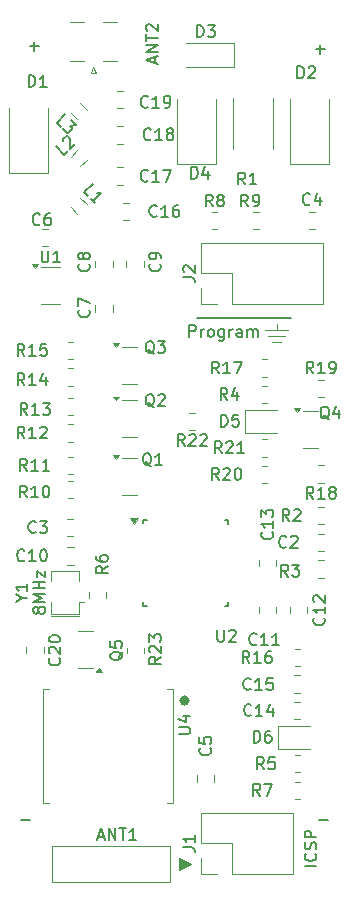
<source format=gbr>
%TF.GenerationSoftware,KiCad,Pcbnew,9.0.0*%
%TF.CreationDate,2025-04-10T21:29:29-05:00*%
%TF.ProjectId,ptSolar,7074536f-6c61-4722-9e6b-696361645f70,rev?*%
%TF.SameCoordinates,Original*%
%TF.FileFunction,Legend,Top*%
%TF.FilePolarity,Positive*%
%FSLAX46Y46*%
G04 Gerber Fmt 4.6, Leading zero omitted, Abs format (unit mm)*
G04 Created by KiCad (PCBNEW 9.0.0) date 2025-04-10 21:29:29*
%MOMM*%
%LPD*%
G01*
G04 APERTURE LIST*
%ADD10C,0.100000*%
%ADD11C,0.200000*%
%ADD12C,0.150000*%
%ADD13C,0.120000*%
%ADD14C,0.450000*%
G04 APERTURE END LIST*
D10*
X160000000Y-94750000D02*
X161500000Y-94750000D01*
X160750000Y-94250000D02*
X161750000Y-94250000D01*
D11*
X154000000Y-93250000D02*
X162000000Y-93250000D01*
D10*
X160750000Y-94250000D02*
X159750000Y-94250000D01*
X153500000Y-139500000D02*
X152500000Y-140000000D01*
X152500000Y-139000000D01*
X153500000Y-139500000D01*
G36*
X153500000Y-139500000D02*
G01*
X152500000Y-140000000D01*
X152500000Y-139000000D01*
X153500000Y-139500000D01*
G37*
X160375000Y-95250000D02*
X161125000Y-95250000D01*
X160750000Y-93750000D02*
X160750000Y-94250000D01*
D12*
X153336779Y-94869819D02*
X153336779Y-93869819D01*
X153336779Y-93869819D02*
X153717731Y-93869819D01*
X153717731Y-93869819D02*
X153812969Y-93917438D01*
X153812969Y-93917438D02*
X153860588Y-93965057D01*
X153860588Y-93965057D02*
X153908207Y-94060295D01*
X153908207Y-94060295D02*
X153908207Y-94203152D01*
X153908207Y-94203152D02*
X153860588Y-94298390D01*
X153860588Y-94298390D02*
X153812969Y-94346009D01*
X153812969Y-94346009D02*
X153717731Y-94393628D01*
X153717731Y-94393628D02*
X153336779Y-94393628D01*
X154336779Y-94869819D02*
X154336779Y-94203152D01*
X154336779Y-94393628D02*
X154384398Y-94298390D01*
X154384398Y-94298390D02*
X154432017Y-94250771D01*
X154432017Y-94250771D02*
X154527255Y-94203152D01*
X154527255Y-94203152D02*
X154622493Y-94203152D01*
X155098684Y-94869819D02*
X155003446Y-94822200D01*
X155003446Y-94822200D02*
X154955827Y-94774580D01*
X154955827Y-94774580D02*
X154908208Y-94679342D01*
X154908208Y-94679342D02*
X154908208Y-94393628D01*
X154908208Y-94393628D02*
X154955827Y-94298390D01*
X154955827Y-94298390D02*
X155003446Y-94250771D01*
X155003446Y-94250771D02*
X155098684Y-94203152D01*
X155098684Y-94203152D02*
X155241541Y-94203152D01*
X155241541Y-94203152D02*
X155336779Y-94250771D01*
X155336779Y-94250771D02*
X155384398Y-94298390D01*
X155384398Y-94298390D02*
X155432017Y-94393628D01*
X155432017Y-94393628D02*
X155432017Y-94679342D01*
X155432017Y-94679342D02*
X155384398Y-94774580D01*
X155384398Y-94774580D02*
X155336779Y-94822200D01*
X155336779Y-94822200D02*
X155241541Y-94869819D01*
X155241541Y-94869819D02*
X155098684Y-94869819D01*
X156289160Y-94203152D02*
X156289160Y-95012676D01*
X156289160Y-95012676D02*
X156241541Y-95107914D01*
X156241541Y-95107914D02*
X156193922Y-95155533D01*
X156193922Y-95155533D02*
X156098684Y-95203152D01*
X156098684Y-95203152D02*
X155955827Y-95203152D01*
X155955827Y-95203152D02*
X155860589Y-95155533D01*
X156289160Y-94822200D02*
X156193922Y-94869819D01*
X156193922Y-94869819D02*
X156003446Y-94869819D01*
X156003446Y-94869819D02*
X155908208Y-94822200D01*
X155908208Y-94822200D02*
X155860589Y-94774580D01*
X155860589Y-94774580D02*
X155812970Y-94679342D01*
X155812970Y-94679342D02*
X155812970Y-94393628D01*
X155812970Y-94393628D02*
X155860589Y-94298390D01*
X155860589Y-94298390D02*
X155908208Y-94250771D01*
X155908208Y-94250771D02*
X156003446Y-94203152D01*
X156003446Y-94203152D02*
X156193922Y-94203152D01*
X156193922Y-94203152D02*
X156289160Y-94250771D01*
X156765351Y-94869819D02*
X156765351Y-94203152D01*
X156765351Y-94393628D02*
X156812970Y-94298390D01*
X156812970Y-94298390D02*
X156860589Y-94250771D01*
X156860589Y-94250771D02*
X156955827Y-94203152D01*
X156955827Y-94203152D02*
X157051065Y-94203152D01*
X157812970Y-94869819D02*
X157812970Y-94346009D01*
X157812970Y-94346009D02*
X157765351Y-94250771D01*
X157765351Y-94250771D02*
X157670113Y-94203152D01*
X157670113Y-94203152D02*
X157479637Y-94203152D01*
X157479637Y-94203152D02*
X157384399Y-94250771D01*
X157812970Y-94822200D02*
X157717732Y-94869819D01*
X157717732Y-94869819D02*
X157479637Y-94869819D01*
X157479637Y-94869819D02*
X157384399Y-94822200D01*
X157384399Y-94822200D02*
X157336780Y-94726961D01*
X157336780Y-94726961D02*
X157336780Y-94631723D01*
X157336780Y-94631723D02*
X157384399Y-94536485D01*
X157384399Y-94536485D02*
X157479637Y-94488866D01*
X157479637Y-94488866D02*
X157717732Y-94488866D01*
X157717732Y-94488866D02*
X157812970Y-94441247D01*
X158289161Y-94869819D02*
X158289161Y-94203152D01*
X158289161Y-94298390D02*
X158336780Y-94250771D01*
X158336780Y-94250771D02*
X158432018Y-94203152D01*
X158432018Y-94203152D02*
X158574875Y-94203152D01*
X158574875Y-94203152D02*
X158670113Y-94250771D01*
X158670113Y-94250771D02*
X158717732Y-94346009D01*
X158717732Y-94346009D02*
X158717732Y-94869819D01*
X158717732Y-94346009D02*
X158765351Y-94250771D01*
X158765351Y-94250771D02*
X158860589Y-94203152D01*
X158860589Y-94203152D02*
X159003446Y-94203152D01*
X159003446Y-94203152D02*
X159098685Y-94250771D01*
X159098685Y-94250771D02*
X159146304Y-94346009D01*
X159146304Y-94346009D02*
X159146304Y-94869819D01*
X164119819Y-139663220D02*
X163119819Y-139663220D01*
X164024580Y-138615602D02*
X164072200Y-138663221D01*
X164072200Y-138663221D02*
X164119819Y-138806078D01*
X164119819Y-138806078D02*
X164119819Y-138901316D01*
X164119819Y-138901316D02*
X164072200Y-139044173D01*
X164072200Y-139044173D02*
X163976961Y-139139411D01*
X163976961Y-139139411D02*
X163881723Y-139187030D01*
X163881723Y-139187030D02*
X163691247Y-139234649D01*
X163691247Y-139234649D02*
X163548390Y-139234649D01*
X163548390Y-139234649D02*
X163357914Y-139187030D01*
X163357914Y-139187030D02*
X163262676Y-139139411D01*
X163262676Y-139139411D02*
X163167438Y-139044173D01*
X163167438Y-139044173D02*
X163119819Y-138901316D01*
X163119819Y-138901316D02*
X163119819Y-138806078D01*
X163119819Y-138806078D02*
X163167438Y-138663221D01*
X163167438Y-138663221D02*
X163215057Y-138615602D01*
X164072200Y-138234649D02*
X164119819Y-138091792D01*
X164119819Y-138091792D02*
X164119819Y-137853697D01*
X164119819Y-137853697D02*
X164072200Y-137758459D01*
X164072200Y-137758459D02*
X164024580Y-137710840D01*
X164024580Y-137710840D02*
X163929342Y-137663221D01*
X163929342Y-137663221D02*
X163834104Y-137663221D01*
X163834104Y-137663221D02*
X163738866Y-137710840D01*
X163738866Y-137710840D02*
X163691247Y-137758459D01*
X163691247Y-137758459D02*
X163643628Y-137853697D01*
X163643628Y-137853697D02*
X163596009Y-138044173D01*
X163596009Y-138044173D02*
X163548390Y-138139411D01*
X163548390Y-138139411D02*
X163500771Y-138187030D01*
X163500771Y-138187030D02*
X163405533Y-138234649D01*
X163405533Y-138234649D02*
X163310295Y-138234649D01*
X163310295Y-138234649D02*
X163215057Y-138187030D01*
X163215057Y-138187030D02*
X163167438Y-138139411D01*
X163167438Y-138139411D02*
X163119819Y-138044173D01*
X163119819Y-138044173D02*
X163119819Y-137806078D01*
X163119819Y-137806078D02*
X163167438Y-137663221D01*
X164119819Y-137234649D02*
X163119819Y-137234649D01*
X163119819Y-137234649D02*
X163119819Y-136853697D01*
X163119819Y-136853697D02*
X163167438Y-136758459D01*
X163167438Y-136758459D02*
X163215057Y-136710840D01*
X163215057Y-136710840D02*
X163310295Y-136663221D01*
X163310295Y-136663221D02*
X163453152Y-136663221D01*
X163453152Y-136663221D02*
X163548390Y-136710840D01*
X163548390Y-136710840D02*
X163596009Y-136758459D01*
X163596009Y-136758459D02*
X163643628Y-136853697D01*
X163643628Y-136853697D02*
X163643628Y-137234649D01*
X164759580Y-118642857D02*
X164807200Y-118690476D01*
X164807200Y-118690476D02*
X164854819Y-118833333D01*
X164854819Y-118833333D02*
X164854819Y-118928571D01*
X164854819Y-118928571D02*
X164807200Y-119071428D01*
X164807200Y-119071428D02*
X164711961Y-119166666D01*
X164711961Y-119166666D02*
X164616723Y-119214285D01*
X164616723Y-119214285D02*
X164426247Y-119261904D01*
X164426247Y-119261904D02*
X164283390Y-119261904D01*
X164283390Y-119261904D02*
X164092914Y-119214285D01*
X164092914Y-119214285D02*
X163997676Y-119166666D01*
X163997676Y-119166666D02*
X163902438Y-119071428D01*
X163902438Y-119071428D02*
X163854819Y-118928571D01*
X163854819Y-118928571D02*
X163854819Y-118833333D01*
X163854819Y-118833333D02*
X163902438Y-118690476D01*
X163902438Y-118690476D02*
X163950057Y-118642857D01*
X164854819Y-117690476D02*
X164854819Y-118261904D01*
X164854819Y-117976190D02*
X163854819Y-117976190D01*
X163854819Y-117976190D02*
X163997676Y-118071428D01*
X163997676Y-118071428D02*
X164092914Y-118166666D01*
X164092914Y-118166666D02*
X164140533Y-118261904D01*
X163950057Y-117309523D02*
X163902438Y-117261904D01*
X163902438Y-117261904D02*
X163854819Y-117166666D01*
X163854819Y-117166666D02*
X163854819Y-116928571D01*
X163854819Y-116928571D02*
X163902438Y-116833333D01*
X163902438Y-116833333D02*
X163950057Y-116785714D01*
X163950057Y-116785714D02*
X164045295Y-116738095D01*
X164045295Y-116738095D02*
X164140533Y-116738095D01*
X164140533Y-116738095D02*
X164283390Y-116785714D01*
X164283390Y-116785714D02*
X164854819Y-117357142D01*
X164854819Y-117357142D02*
X164854819Y-116738095D01*
X155857142Y-106954819D02*
X155523809Y-106478628D01*
X155285714Y-106954819D02*
X155285714Y-105954819D01*
X155285714Y-105954819D02*
X155666666Y-105954819D01*
X155666666Y-105954819D02*
X155761904Y-106002438D01*
X155761904Y-106002438D02*
X155809523Y-106050057D01*
X155809523Y-106050057D02*
X155857142Y-106145295D01*
X155857142Y-106145295D02*
X155857142Y-106288152D01*
X155857142Y-106288152D02*
X155809523Y-106383390D01*
X155809523Y-106383390D02*
X155761904Y-106431009D01*
X155761904Y-106431009D02*
X155666666Y-106478628D01*
X155666666Y-106478628D02*
X155285714Y-106478628D01*
X156238095Y-106050057D02*
X156285714Y-106002438D01*
X156285714Y-106002438D02*
X156380952Y-105954819D01*
X156380952Y-105954819D02*
X156619047Y-105954819D01*
X156619047Y-105954819D02*
X156714285Y-106002438D01*
X156714285Y-106002438D02*
X156761904Y-106050057D01*
X156761904Y-106050057D02*
X156809523Y-106145295D01*
X156809523Y-106145295D02*
X156809523Y-106240533D01*
X156809523Y-106240533D02*
X156761904Y-106383390D01*
X156761904Y-106383390D02*
X156190476Y-106954819D01*
X156190476Y-106954819D02*
X156809523Y-106954819D01*
X157428571Y-105954819D02*
X157523809Y-105954819D01*
X157523809Y-105954819D02*
X157619047Y-106002438D01*
X157619047Y-106002438D02*
X157666666Y-106050057D01*
X157666666Y-106050057D02*
X157714285Y-106145295D01*
X157714285Y-106145295D02*
X157761904Y-106335771D01*
X157761904Y-106335771D02*
X157761904Y-106573866D01*
X157761904Y-106573866D02*
X157714285Y-106764342D01*
X157714285Y-106764342D02*
X157666666Y-106859580D01*
X157666666Y-106859580D02*
X157619047Y-106907200D01*
X157619047Y-106907200D02*
X157523809Y-106954819D01*
X157523809Y-106954819D02*
X157428571Y-106954819D01*
X157428571Y-106954819D02*
X157333333Y-106907200D01*
X157333333Y-106907200D02*
X157285714Y-106859580D01*
X157285714Y-106859580D02*
X157238095Y-106764342D01*
X157238095Y-106764342D02*
X157190476Y-106573866D01*
X157190476Y-106573866D02*
X157190476Y-106335771D01*
X157190476Y-106335771D02*
X157238095Y-106145295D01*
X157238095Y-106145295D02*
X157285714Y-106050057D01*
X157285714Y-106050057D02*
X157333333Y-106002438D01*
X157333333Y-106002438D02*
X157428571Y-105954819D01*
X139086779Y-135738866D02*
X139848684Y-135738866D01*
X139836779Y-70238866D02*
X140598684Y-70238866D01*
X140217731Y-70619819D02*
X140217731Y-69857914D01*
X145630952Y-137169104D02*
X146107142Y-137169104D01*
X145535714Y-137454819D02*
X145869047Y-136454819D01*
X145869047Y-136454819D02*
X146202380Y-137454819D01*
X146535714Y-137454819D02*
X146535714Y-136454819D01*
X146535714Y-136454819D02*
X147107142Y-137454819D01*
X147107142Y-137454819D02*
X147107142Y-136454819D01*
X147440476Y-136454819D02*
X148011904Y-136454819D01*
X147726190Y-137454819D02*
X147726190Y-136454819D01*
X148869047Y-137454819D02*
X148297619Y-137454819D01*
X148583333Y-137454819D02*
X148583333Y-136454819D01*
X148583333Y-136454819D02*
X148488095Y-136597676D01*
X148488095Y-136597676D02*
X148392857Y-136692914D01*
X148392857Y-136692914D02*
X148297619Y-136740533D01*
X155857142Y-97954819D02*
X155523809Y-97478628D01*
X155285714Y-97954819D02*
X155285714Y-96954819D01*
X155285714Y-96954819D02*
X155666666Y-96954819D01*
X155666666Y-96954819D02*
X155761904Y-97002438D01*
X155761904Y-97002438D02*
X155809523Y-97050057D01*
X155809523Y-97050057D02*
X155857142Y-97145295D01*
X155857142Y-97145295D02*
X155857142Y-97288152D01*
X155857142Y-97288152D02*
X155809523Y-97383390D01*
X155809523Y-97383390D02*
X155761904Y-97431009D01*
X155761904Y-97431009D02*
X155666666Y-97478628D01*
X155666666Y-97478628D02*
X155285714Y-97478628D01*
X156809523Y-97954819D02*
X156238095Y-97954819D01*
X156523809Y-97954819D02*
X156523809Y-96954819D01*
X156523809Y-96954819D02*
X156428571Y-97097676D01*
X156428571Y-97097676D02*
X156333333Y-97192914D01*
X156333333Y-97192914D02*
X156238095Y-97240533D01*
X157142857Y-96954819D02*
X157809523Y-96954819D01*
X157809523Y-96954819D02*
X157380952Y-97954819D01*
X159353333Y-133704819D02*
X159020000Y-133228628D01*
X158781905Y-133704819D02*
X158781905Y-132704819D01*
X158781905Y-132704819D02*
X159162857Y-132704819D01*
X159162857Y-132704819D02*
X159258095Y-132752438D01*
X159258095Y-132752438D02*
X159305714Y-132800057D01*
X159305714Y-132800057D02*
X159353333Y-132895295D01*
X159353333Y-132895295D02*
X159353333Y-133038152D01*
X159353333Y-133038152D02*
X159305714Y-133133390D01*
X159305714Y-133133390D02*
X159258095Y-133181009D01*
X159258095Y-133181009D02*
X159162857Y-133228628D01*
X159162857Y-133228628D02*
X158781905Y-133228628D01*
X159686667Y-132704819D02*
X160353333Y-132704819D01*
X160353333Y-132704819D02*
X159924762Y-133704819D01*
X139405616Y-103456345D02*
X139072283Y-102980154D01*
X138834188Y-103456345D02*
X138834188Y-102456345D01*
X138834188Y-102456345D02*
X139215140Y-102456345D01*
X139215140Y-102456345D02*
X139310378Y-102503964D01*
X139310378Y-102503964D02*
X139357997Y-102551583D01*
X139357997Y-102551583D02*
X139405616Y-102646821D01*
X139405616Y-102646821D02*
X139405616Y-102789678D01*
X139405616Y-102789678D02*
X139357997Y-102884916D01*
X139357997Y-102884916D02*
X139310378Y-102932535D01*
X139310378Y-102932535D02*
X139215140Y-102980154D01*
X139215140Y-102980154D02*
X138834188Y-102980154D01*
X140357997Y-103456345D02*
X139786569Y-103456345D01*
X140072283Y-103456345D02*
X140072283Y-102456345D01*
X140072283Y-102456345D02*
X139977045Y-102599202D01*
X139977045Y-102599202D02*
X139881807Y-102694440D01*
X139881807Y-102694440D02*
X139786569Y-102742059D01*
X140738950Y-102551583D02*
X140786569Y-102503964D01*
X140786569Y-102503964D02*
X140881807Y-102456345D01*
X140881807Y-102456345D02*
X141119902Y-102456345D01*
X141119902Y-102456345D02*
X141215140Y-102503964D01*
X141215140Y-102503964D02*
X141262759Y-102551583D01*
X141262759Y-102551583D02*
X141310378Y-102646821D01*
X141310378Y-102646821D02*
X141310378Y-102742059D01*
X141310378Y-102742059D02*
X141262759Y-102884916D01*
X141262759Y-102884916D02*
X140691331Y-103456345D01*
X140691331Y-103456345D02*
X141310378Y-103456345D01*
X144859580Y-92566666D02*
X144907200Y-92614285D01*
X144907200Y-92614285D02*
X144954819Y-92757142D01*
X144954819Y-92757142D02*
X144954819Y-92852380D01*
X144954819Y-92852380D02*
X144907200Y-92995237D01*
X144907200Y-92995237D02*
X144811961Y-93090475D01*
X144811961Y-93090475D02*
X144716723Y-93138094D01*
X144716723Y-93138094D02*
X144526247Y-93185713D01*
X144526247Y-93185713D02*
X144383390Y-93185713D01*
X144383390Y-93185713D02*
X144192914Y-93138094D01*
X144192914Y-93138094D02*
X144097676Y-93090475D01*
X144097676Y-93090475D02*
X144002438Y-92995237D01*
X144002438Y-92995237D02*
X143954819Y-92852380D01*
X143954819Y-92852380D02*
X143954819Y-92757142D01*
X143954819Y-92757142D02*
X144002438Y-92614285D01*
X144002438Y-92614285D02*
X144050057Y-92566666D01*
X143954819Y-92233332D02*
X143954819Y-91566666D01*
X143954819Y-91566666D02*
X144954819Y-91995237D01*
X156031905Y-102454819D02*
X156031905Y-101454819D01*
X156031905Y-101454819D02*
X156270000Y-101454819D01*
X156270000Y-101454819D02*
X156412857Y-101502438D01*
X156412857Y-101502438D02*
X156508095Y-101597676D01*
X156508095Y-101597676D02*
X156555714Y-101692914D01*
X156555714Y-101692914D02*
X156603333Y-101883390D01*
X156603333Y-101883390D02*
X156603333Y-102026247D01*
X156603333Y-102026247D02*
X156555714Y-102216723D01*
X156555714Y-102216723D02*
X156508095Y-102311961D01*
X156508095Y-102311961D02*
X156412857Y-102407200D01*
X156412857Y-102407200D02*
X156270000Y-102454819D01*
X156270000Y-102454819D02*
X156031905Y-102454819D01*
X157508095Y-101454819D02*
X157031905Y-101454819D01*
X157031905Y-101454819D02*
X156984286Y-101931009D01*
X156984286Y-101931009D02*
X157031905Y-101883390D01*
X157031905Y-101883390D02*
X157127143Y-101835771D01*
X157127143Y-101835771D02*
X157365238Y-101835771D01*
X157365238Y-101835771D02*
X157460476Y-101883390D01*
X157460476Y-101883390D02*
X157508095Y-101931009D01*
X157508095Y-101931009D02*
X157555714Y-102026247D01*
X157555714Y-102026247D02*
X157555714Y-102264342D01*
X157555714Y-102264342D02*
X157508095Y-102359580D01*
X157508095Y-102359580D02*
X157460476Y-102407200D01*
X157460476Y-102407200D02*
X157365238Y-102454819D01*
X157365238Y-102454819D02*
X157127143Y-102454819D01*
X157127143Y-102454819D02*
X157031905Y-102407200D01*
X157031905Y-102407200D02*
X156984286Y-102359580D01*
X158083333Y-81954819D02*
X157750000Y-81478628D01*
X157511905Y-81954819D02*
X157511905Y-80954819D01*
X157511905Y-80954819D02*
X157892857Y-80954819D01*
X157892857Y-80954819D02*
X157988095Y-81002438D01*
X157988095Y-81002438D02*
X158035714Y-81050057D01*
X158035714Y-81050057D02*
X158083333Y-81145295D01*
X158083333Y-81145295D02*
X158083333Y-81288152D01*
X158083333Y-81288152D02*
X158035714Y-81383390D01*
X158035714Y-81383390D02*
X157988095Y-81431009D01*
X157988095Y-81431009D02*
X157892857Y-81478628D01*
X157892857Y-81478628D02*
X157511905Y-81478628D01*
X159035714Y-81954819D02*
X158464286Y-81954819D01*
X158750000Y-81954819D02*
X158750000Y-80954819D01*
X158750000Y-80954819D02*
X158654762Y-81097676D01*
X158654762Y-81097676D02*
X158559524Y-81192914D01*
X158559524Y-81192914D02*
X158464286Y-81240533D01*
X139607142Y-108454819D02*
X139273809Y-107978628D01*
X139035714Y-108454819D02*
X139035714Y-107454819D01*
X139035714Y-107454819D02*
X139416666Y-107454819D01*
X139416666Y-107454819D02*
X139511904Y-107502438D01*
X139511904Y-107502438D02*
X139559523Y-107550057D01*
X139559523Y-107550057D02*
X139607142Y-107645295D01*
X139607142Y-107645295D02*
X139607142Y-107788152D01*
X139607142Y-107788152D02*
X139559523Y-107883390D01*
X139559523Y-107883390D02*
X139511904Y-107931009D01*
X139511904Y-107931009D02*
X139416666Y-107978628D01*
X139416666Y-107978628D02*
X139035714Y-107978628D01*
X140559523Y-108454819D02*
X139988095Y-108454819D01*
X140273809Y-108454819D02*
X140273809Y-107454819D01*
X140273809Y-107454819D02*
X140178571Y-107597676D01*
X140178571Y-107597676D02*
X140083333Y-107692914D01*
X140083333Y-107692914D02*
X139988095Y-107740533D01*
X141178571Y-107454819D02*
X141273809Y-107454819D01*
X141273809Y-107454819D02*
X141369047Y-107502438D01*
X141369047Y-107502438D02*
X141416666Y-107550057D01*
X141416666Y-107550057D02*
X141464285Y-107645295D01*
X141464285Y-107645295D02*
X141511904Y-107835771D01*
X141511904Y-107835771D02*
X141511904Y-108073866D01*
X141511904Y-108073866D02*
X141464285Y-108264342D01*
X141464285Y-108264342D02*
X141416666Y-108359580D01*
X141416666Y-108359580D02*
X141369047Y-108407200D01*
X141369047Y-108407200D02*
X141273809Y-108454819D01*
X141273809Y-108454819D02*
X141178571Y-108454819D01*
X141178571Y-108454819D02*
X141083333Y-108407200D01*
X141083333Y-108407200D02*
X141035714Y-108359580D01*
X141035714Y-108359580D02*
X140988095Y-108264342D01*
X140988095Y-108264342D02*
X140940476Y-108073866D01*
X140940476Y-108073866D02*
X140940476Y-107835771D01*
X140940476Y-107835771D02*
X140988095Y-107645295D01*
X140988095Y-107645295D02*
X141035714Y-107550057D01*
X141035714Y-107550057D02*
X141083333Y-107502438D01*
X141083333Y-107502438D02*
X141178571Y-107454819D01*
X150607142Y-84609580D02*
X150559523Y-84657200D01*
X150559523Y-84657200D02*
X150416666Y-84704819D01*
X150416666Y-84704819D02*
X150321428Y-84704819D01*
X150321428Y-84704819D02*
X150178571Y-84657200D01*
X150178571Y-84657200D02*
X150083333Y-84561961D01*
X150083333Y-84561961D02*
X150035714Y-84466723D01*
X150035714Y-84466723D02*
X149988095Y-84276247D01*
X149988095Y-84276247D02*
X149988095Y-84133390D01*
X149988095Y-84133390D02*
X150035714Y-83942914D01*
X150035714Y-83942914D02*
X150083333Y-83847676D01*
X150083333Y-83847676D02*
X150178571Y-83752438D01*
X150178571Y-83752438D02*
X150321428Y-83704819D01*
X150321428Y-83704819D02*
X150416666Y-83704819D01*
X150416666Y-83704819D02*
X150559523Y-83752438D01*
X150559523Y-83752438D02*
X150607142Y-83800057D01*
X151559523Y-84704819D02*
X150988095Y-84704819D01*
X151273809Y-84704819D02*
X151273809Y-83704819D01*
X151273809Y-83704819D02*
X151178571Y-83847676D01*
X151178571Y-83847676D02*
X151083333Y-83942914D01*
X151083333Y-83942914D02*
X150988095Y-83990533D01*
X152416666Y-83704819D02*
X152226190Y-83704819D01*
X152226190Y-83704819D02*
X152130952Y-83752438D01*
X152130952Y-83752438D02*
X152083333Y-83800057D01*
X152083333Y-83800057D02*
X151988095Y-83942914D01*
X151988095Y-83942914D02*
X151940476Y-84133390D01*
X151940476Y-84133390D02*
X151940476Y-84514342D01*
X151940476Y-84514342D02*
X151988095Y-84609580D01*
X151988095Y-84609580D02*
X152035714Y-84657200D01*
X152035714Y-84657200D02*
X152130952Y-84704819D01*
X152130952Y-84704819D02*
X152321428Y-84704819D01*
X152321428Y-84704819D02*
X152416666Y-84657200D01*
X152416666Y-84657200D02*
X152464285Y-84609580D01*
X152464285Y-84609580D02*
X152511904Y-84514342D01*
X152511904Y-84514342D02*
X152511904Y-84276247D01*
X152511904Y-84276247D02*
X152464285Y-84181009D01*
X152464285Y-84181009D02*
X152416666Y-84133390D01*
X152416666Y-84133390D02*
X152321428Y-84085771D01*
X152321428Y-84085771D02*
X152130952Y-84085771D01*
X152130952Y-84085771D02*
X152035714Y-84133390D01*
X152035714Y-84133390D02*
X151988095Y-84181009D01*
X151988095Y-84181009D02*
X151940476Y-84276247D01*
X158607142Y-126859580D02*
X158559523Y-126907200D01*
X158559523Y-126907200D02*
X158416666Y-126954819D01*
X158416666Y-126954819D02*
X158321428Y-126954819D01*
X158321428Y-126954819D02*
X158178571Y-126907200D01*
X158178571Y-126907200D02*
X158083333Y-126811961D01*
X158083333Y-126811961D02*
X158035714Y-126716723D01*
X158035714Y-126716723D02*
X157988095Y-126526247D01*
X157988095Y-126526247D02*
X157988095Y-126383390D01*
X157988095Y-126383390D02*
X158035714Y-126192914D01*
X158035714Y-126192914D02*
X158083333Y-126097676D01*
X158083333Y-126097676D02*
X158178571Y-126002438D01*
X158178571Y-126002438D02*
X158321428Y-125954819D01*
X158321428Y-125954819D02*
X158416666Y-125954819D01*
X158416666Y-125954819D02*
X158559523Y-126002438D01*
X158559523Y-126002438D02*
X158607142Y-126050057D01*
X159559523Y-126954819D02*
X158988095Y-126954819D01*
X159273809Y-126954819D02*
X159273809Y-125954819D01*
X159273809Y-125954819D02*
X159178571Y-126097676D01*
X159178571Y-126097676D02*
X159083333Y-126192914D01*
X159083333Y-126192914D02*
X158988095Y-126240533D01*
X160416666Y-126288152D02*
X160416666Y-126954819D01*
X160178571Y-125907200D02*
X159940476Y-126621485D01*
X159940476Y-126621485D02*
X160559523Y-126621485D01*
X156107142Y-104704819D02*
X155773809Y-104228628D01*
X155535714Y-104704819D02*
X155535714Y-103704819D01*
X155535714Y-103704819D02*
X155916666Y-103704819D01*
X155916666Y-103704819D02*
X156011904Y-103752438D01*
X156011904Y-103752438D02*
X156059523Y-103800057D01*
X156059523Y-103800057D02*
X156107142Y-103895295D01*
X156107142Y-103895295D02*
X156107142Y-104038152D01*
X156107142Y-104038152D02*
X156059523Y-104133390D01*
X156059523Y-104133390D02*
X156011904Y-104181009D01*
X156011904Y-104181009D02*
X155916666Y-104228628D01*
X155916666Y-104228628D02*
X155535714Y-104228628D01*
X156488095Y-103800057D02*
X156535714Y-103752438D01*
X156535714Y-103752438D02*
X156630952Y-103704819D01*
X156630952Y-103704819D02*
X156869047Y-103704819D01*
X156869047Y-103704819D02*
X156964285Y-103752438D01*
X156964285Y-103752438D02*
X157011904Y-103800057D01*
X157011904Y-103800057D02*
X157059523Y-103895295D01*
X157059523Y-103895295D02*
X157059523Y-103990533D01*
X157059523Y-103990533D02*
X157011904Y-104133390D01*
X157011904Y-104133390D02*
X156440476Y-104704819D01*
X156440476Y-104704819D02*
X157059523Y-104704819D01*
X158011904Y-104704819D02*
X157440476Y-104704819D01*
X157726190Y-104704819D02*
X157726190Y-103704819D01*
X157726190Y-103704819D02*
X157630952Y-103847676D01*
X157630952Y-103847676D02*
X157535714Y-103942914D01*
X157535714Y-103942914D02*
X157440476Y-103990533D01*
X158333333Y-83804819D02*
X158000000Y-83328628D01*
X157761905Y-83804819D02*
X157761905Y-82804819D01*
X157761905Y-82804819D02*
X158142857Y-82804819D01*
X158142857Y-82804819D02*
X158238095Y-82852438D01*
X158238095Y-82852438D02*
X158285714Y-82900057D01*
X158285714Y-82900057D02*
X158333333Y-82995295D01*
X158333333Y-82995295D02*
X158333333Y-83138152D01*
X158333333Y-83138152D02*
X158285714Y-83233390D01*
X158285714Y-83233390D02*
X158238095Y-83281009D01*
X158238095Y-83281009D02*
X158142857Y-83328628D01*
X158142857Y-83328628D02*
X157761905Y-83328628D01*
X158809524Y-83804819D02*
X159000000Y-83804819D01*
X159000000Y-83804819D02*
X159095238Y-83757200D01*
X159095238Y-83757200D02*
X159142857Y-83709580D01*
X159142857Y-83709580D02*
X159238095Y-83566723D01*
X159238095Y-83566723D02*
X159285714Y-83376247D01*
X159285714Y-83376247D02*
X159285714Y-82995295D01*
X159285714Y-82995295D02*
X159238095Y-82900057D01*
X159238095Y-82900057D02*
X159190476Y-82852438D01*
X159190476Y-82852438D02*
X159095238Y-82804819D01*
X159095238Y-82804819D02*
X158904762Y-82804819D01*
X158904762Y-82804819D02*
X158809524Y-82852438D01*
X158809524Y-82852438D02*
X158761905Y-82900057D01*
X158761905Y-82900057D02*
X158714286Y-82995295D01*
X158714286Y-82995295D02*
X158714286Y-83233390D01*
X158714286Y-83233390D02*
X158761905Y-83328628D01*
X158761905Y-83328628D02*
X158809524Y-83376247D01*
X158809524Y-83376247D02*
X158904762Y-83423866D01*
X158904762Y-83423866D02*
X159095238Y-83423866D01*
X159095238Y-83423866D02*
X159190476Y-83376247D01*
X159190476Y-83376247D02*
X159238095Y-83328628D01*
X159238095Y-83328628D02*
X159285714Y-83233390D01*
X150404761Y-100800057D02*
X150309523Y-100752438D01*
X150309523Y-100752438D02*
X150214285Y-100657200D01*
X150214285Y-100657200D02*
X150071428Y-100514342D01*
X150071428Y-100514342D02*
X149976190Y-100466723D01*
X149976190Y-100466723D02*
X149880952Y-100466723D01*
X149928571Y-100704819D02*
X149833333Y-100657200D01*
X149833333Y-100657200D02*
X149738095Y-100561961D01*
X149738095Y-100561961D02*
X149690476Y-100371485D01*
X149690476Y-100371485D02*
X149690476Y-100038152D01*
X149690476Y-100038152D02*
X149738095Y-99847676D01*
X149738095Y-99847676D02*
X149833333Y-99752438D01*
X149833333Y-99752438D02*
X149928571Y-99704819D01*
X149928571Y-99704819D02*
X150119047Y-99704819D01*
X150119047Y-99704819D02*
X150214285Y-99752438D01*
X150214285Y-99752438D02*
X150309523Y-99847676D01*
X150309523Y-99847676D02*
X150357142Y-100038152D01*
X150357142Y-100038152D02*
X150357142Y-100371485D01*
X150357142Y-100371485D02*
X150309523Y-100561961D01*
X150309523Y-100561961D02*
X150214285Y-100657200D01*
X150214285Y-100657200D02*
X150119047Y-100704819D01*
X150119047Y-100704819D02*
X149928571Y-100704819D01*
X150738095Y-99800057D02*
X150785714Y-99752438D01*
X150785714Y-99752438D02*
X150880952Y-99704819D01*
X150880952Y-99704819D02*
X151119047Y-99704819D01*
X151119047Y-99704819D02*
X151214285Y-99752438D01*
X151214285Y-99752438D02*
X151261904Y-99800057D01*
X151261904Y-99800057D02*
X151309523Y-99895295D01*
X151309523Y-99895295D02*
X151309523Y-99990533D01*
X151309523Y-99990533D02*
X151261904Y-100133390D01*
X151261904Y-100133390D02*
X150690476Y-100704819D01*
X150690476Y-100704819D02*
X151309523Y-100704819D01*
X155738095Y-119654819D02*
X155738095Y-120464342D01*
X155738095Y-120464342D02*
X155785714Y-120559580D01*
X155785714Y-120559580D02*
X155833333Y-120607200D01*
X155833333Y-120607200D02*
X155928571Y-120654819D01*
X155928571Y-120654819D02*
X156119047Y-120654819D01*
X156119047Y-120654819D02*
X156214285Y-120607200D01*
X156214285Y-120607200D02*
X156261904Y-120559580D01*
X156261904Y-120559580D02*
X156309523Y-120464342D01*
X156309523Y-120464342D02*
X156309523Y-119654819D01*
X156738095Y-119750057D02*
X156785714Y-119702438D01*
X156785714Y-119702438D02*
X156880952Y-119654819D01*
X156880952Y-119654819D02*
X157119047Y-119654819D01*
X157119047Y-119654819D02*
X157214285Y-119702438D01*
X157214285Y-119702438D02*
X157261904Y-119750057D01*
X157261904Y-119750057D02*
X157309523Y-119845295D01*
X157309523Y-119845295D02*
X157309523Y-119940533D01*
X157309523Y-119940533D02*
X157261904Y-120083390D01*
X157261904Y-120083390D02*
X156690476Y-120654819D01*
X156690476Y-120654819D02*
X157309523Y-120654819D01*
X139607142Y-106204819D02*
X139273809Y-105728628D01*
X139035714Y-106204819D02*
X139035714Y-105204819D01*
X139035714Y-105204819D02*
X139416666Y-105204819D01*
X139416666Y-105204819D02*
X139511904Y-105252438D01*
X139511904Y-105252438D02*
X139559523Y-105300057D01*
X139559523Y-105300057D02*
X139607142Y-105395295D01*
X139607142Y-105395295D02*
X139607142Y-105538152D01*
X139607142Y-105538152D02*
X139559523Y-105633390D01*
X139559523Y-105633390D02*
X139511904Y-105681009D01*
X139511904Y-105681009D02*
X139416666Y-105728628D01*
X139416666Y-105728628D02*
X139035714Y-105728628D01*
X140559523Y-106204819D02*
X139988095Y-106204819D01*
X140273809Y-106204819D02*
X140273809Y-105204819D01*
X140273809Y-105204819D02*
X140178571Y-105347676D01*
X140178571Y-105347676D02*
X140083333Y-105442914D01*
X140083333Y-105442914D02*
X139988095Y-105490533D01*
X141511904Y-106204819D02*
X140940476Y-106204819D01*
X141226190Y-106204819D02*
X141226190Y-105204819D01*
X141226190Y-105204819D02*
X141130952Y-105347676D01*
X141130952Y-105347676D02*
X141035714Y-105442914D01*
X141035714Y-105442914D02*
X140940476Y-105490533D01*
X140863095Y-87554819D02*
X140863095Y-88364342D01*
X140863095Y-88364342D02*
X140910714Y-88459580D01*
X140910714Y-88459580D02*
X140958333Y-88507200D01*
X140958333Y-88507200D02*
X141053571Y-88554819D01*
X141053571Y-88554819D02*
X141244047Y-88554819D01*
X141244047Y-88554819D02*
X141339285Y-88507200D01*
X141339285Y-88507200D02*
X141386904Y-88459580D01*
X141386904Y-88459580D02*
X141434523Y-88364342D01*
X141434523Y-88364342D02*
X141434523Y-87554819D01*
X142434523Y-88554819D02*
X141863095Y-88554819D01*
X142148809Y-88554819D02*
X142148809Y-87554819D01*
X142148809Y-87554819D02*
X142053571Y-87697676D01*
X142053571Y-87697676D02*
X141958333Y-87792914D01*
X141958333Y-87792914D02*
X141863095Y-87840533D01*
X161583333Y-112609580D02*
X161535714Y-112657200D01*
X161535714Y-112657200D02*
X161392857Y-112704819D01*
X161392857Y-112704819D02*
X161297619Y-112704819D01*
X161297619Y-112704819D02*
X161154762Y-112657200D01*
X161154762Y-112657200D02*
X161059524Y-112561961D01*
X161059524Y-112561961D02*
X161011905Y-112466723D01*
X161011905Y-112466723D02*
X160964286Y-112276247D01*
X160964286Y-112276247D02*
X160964286Y-112133390D01*
X160964286Y-112133390D02*
X161011905Y-111942914D01*
X161011905Y-111942914D02*
X161059524Y-111847676D01*
X161059524Y-111847676D02*
X161154762Y-111752438D01*
X161154762Y-111752438D02*
X161297619Y-111704819D01*
X161297619Y-111704819D02*
X161392857Y-111704819D01*
X161392857Y-111704819D02*
X161535714Y-111752438D01*
X161535714Y-111752438D02*
X161583333Y-111800057D01*
X161964286Y-111800057D02*
X162011905Y-111752438D01*
X162011905Y-111752438D02*
X162107143Y-111704819D01*
X162107143Y-111704819D02*
X162345238Y-111704819D01*
X162345238Y-111704819D02*
X162440476Y-111752438D01*
X162440476Y-111752438D02*
X162488095Y-111800057D01*
X162488095Y-111800057D02*
X162535714Y-111895295D01*
X162535714Y-111895295D02*
X162535714Y-111990533D01*
X162535714Y-111990533D02*
X162488095Y-112133390D01*
X162488095Y-112133390D02*
X161916667Y-112704819D01*
X161916667Y-112704819D02*
X162535714Y-112704819D01*
X159057142Y-120859580D02*
X159009523Y-120907200D01*
X159009523Y-120907200D02*
X158866666Y-120954819D01*
X158866666Y-120954819D02*
X158771428Y-120954819D01*
X158771428Y-120954819D02*
X158628571Y-120907200D01*
X158628571Y-120907200D02*
X158533333Y-120811961D01*
X158533333Y-120811961D02*
X158485714Y-120716723D01*
X158485714Y-120716723D02*
X158438095Y-120526247D01*
X158438095Y-120526247D02*
X158438095Y-120383390D01*
X158438095Y-120383390D02*
X158485714Y-120192914D01*
X158485714Y-120192914D02*
X158533333Y-120097676D01*
X158533333Y-120097676D02*
X158628571Y-120002438D01*
X158628571Y-120002438D02*
X158771428Y-119954819D01*
X158771428Y-119954819D02*
X158866666Y-119954819D01*
X158866666Y-119954819D02*
X159009523Y-120002438D01*
X159009523Y-120002438D02*
X159057142Y-120050057D01*
X160009523Y-120954819D02*
X159438095Y-120954819D01*
X159723809Y-120954819D02*
X159723809Y-119954819D01*
X159723809Y-119954819D02*
X159628571Y-120097676D01*
X159628571Y-120097676D02*
X159533333Y-120192914D01*
X159533333Y-120192914D02*
X159438095Y-120240533D01*
X160961904Y-120954819D02*
X160390476Y-120954819D01*
X160676190Y-120954819D02*
X160676190Y-119954819D01*
X160676190Y-119954819D02*
X160580952Y-120097676D01*
X160580952Y-120097676D02*
X160485714Y-120192914D01*
X160485714Y-120192914D02*
X160390476Y-120240533D01*
X152957142Y-104104819D02*
X152623809Y-103628628D01*
X152385714Y-104104819D02*
X152385714Y-103104819D01*
X152385714Y-103104819D02*
X152766666Y-103104819D01*
X152766666Y-103104819D02*
X152861904Y-103152438D01*
X152861904Y-103152438D02*
X152909523Y-103200057D01*
X152909523Y-103200057D02*
X152957142Y-103295295D01*
X152957142Y-103295295D02*
X152957142Y-103438152D01*
X152957142Y-103438152D02*
X152909523Y-103533390D01*
X152909523Y-103533390D02*
X152861904Y-103581009D01*
X152861904Y-103581009D02*
X152766666Y-103628628D01*
X152766666Y-103628628D02*
X152385714Y-103628628D01*
X153338095Y-103200057D02*
X153385714Y-103152438D01*
X153385714Y-103152438D02*
X153480952Y-103104819D01*
X153480952Y-103104819D02*
X153719047Y-103104819D01*
X153719047Y-103104819D02*
X153814285Y-103152438D01*
X153814285Y-103152438D02*
X153861904Y-103200057D01*
X153861904Y-103200057D02*
X153909523Y-103295295D01*
X153909523Y-103295295D02*
X153909523Y-103390533D01*
X153909523Y-103390533D02*
X153861904Y-103533390D01*
X153861904Y-103533390D02*
X153290476Y-104104819D01*
X153290476Y-104104819D02*
X153909523Y-104104819D01*
X154290476Y-103200057D02*
X154338095Y-103152438D01*
X154338095Y-103152438D02*
X154433333Y-103104819D01*
X154433333Y-103104819D02*
X154671428Y-103104819D01*
X154671428Y-103104819D02*
X154766666Y-103152438D01*
X154766666Y-103152438D02*
X154814285Y-103200057D01*
X154814285Y-103200057D02*
X154861904Y-103295295D01*
X154861904Y-103295295D02*
X154861904Y-103390533D01*
X154861904Y-103390533D02*
X154814285Y-103533390D01*
X154814285Y-103533390D02*
X154242857Y-104104819D01*
X154242857Y-104104819D02*
X154861904Y-104104819D01*
X154011905Y-69454819D02*
X154011905Y-68454819D01*
X154011905Y-68454819D02*
X154250000Y-68454819D01*
X154250000Y-68454819D02*
X154392857Y-68502438D01*
X154392857Y-68502438D02*
X154488095Y-68597676D01*
X154488095Y-68597676D02*
X154535714Y-68692914D01*
X154535714Y-68692914D02*
X154583333Y-68883390D01*
X154583333Y-68883390D02*
X154583333Y-69026247D01*
X154583333Y-69026247D02*
X154535714Y-69216723D01*
X154535714Y-69216723D02*
X154488095Y-69311961D01*
X154488095Y-69311961D02*
X154392857Y-69407200D01*
X154392857Y-69407200D02*
X154250000Y-69454819D01*
X154250000Y-69454819D02*
X154011905Y-69454819D01*
X154916667Y-68454819D02*
X155535714Y-68454819D01*
X155535714Y-68454819D02*
X155202381Y-68835771D01*
X155202381Y-68835771D02*
X155345238Y-68835771D01*
X155345238Y-68835771D02*
X155440476Y-68883390D01*
X155440476Y-68883390D02*
X155488095Y-68931009D01*
X155488095Y-68931009D02*
X155535714Y-69026247D01*
X155535714Y-69026247D02*
X155535714Y-69264342D01*
X155535714Y-69264342D02*
X155488095Y-69359580D01*
X155488095Y-69359580D02*
X155440476Y-69407200D01*
X155440476Y-69407200D02*
X155345238Y-69454819D01*
X155345238Y-69454819D02*
X155059524Y-69454819D01*
X155059524Y-69454819D02*
X154964286Y-69407200D01*
X154964286Y-69407200D02*
X154916667Y-69359580D01*
X155109580Y-129666666D02*
X155157200Y-129714285D01*
X155157200Y-129714285D02*
X155204819Y-129857142D01*
X155204819Y-129857142D02*
X155204819Y-129952380D01*
X155204819Y-129952380D02*
X155157200Y-130095237D01*
X155157200Y-130095237D02*
X155061961Y-130190475D01*
X155061961Y-130190475D02*
X154966723Y-130238094D01*
X154966723Y-130238094D02*
X154776247Y-130285713D01*
X154776247Y-130285713D02*
X154633390Y-130285713D01*
X154633390Y-130285713D02*
X154442914Y-130238094D01*
X154442914Y-130238094D02*
X154347676Y-130190475D01*
X154347676Y-130190475D02*
X154252438Y-130095237D01*
X154252438Y-130095237D02*
X154204819Y-129952380D01*
X154204819Y-129952380D02*
X154204819Y-129857142D01*
X154204819Y-129857142D02*
X154252438Y-129714285D01*
X154252438Y-129714285D02*
X154300057Y-129666666D01*
X154204819Y-128761904D02*
X154204819Y-129238094D01*
X154204819Y-129238094D02*
X154681009Y-129285713D01*
X154681009Y-129285713D02*
X154633390Y-129238094D01*
X154633390Y-129238094D02*
X154585771Y-129142856D01*
X154585771Y-129142856D02*
X154585771Y-128904761D01*
X154585771Y-128904761D02*
X154633390Y-128809523D01*
X154633390Y-128809523D02*
X154681009Y-128761904D01*
X154681009Y-128761904D02*
X154776247Y-128714285D01*
X154776247Y-128714285D02*
X155014342Y-128714285D01*
X155014342Y-128714285D02*
X155109580Y-128761904D01*
X155109580Y-128761904D02*
X155157200Y-128809523D01*
X155157200Y-128809523D02*
X155204819Y-128904761D01*
X155204819Y-128904761D02*
X155204819Y-129142856D01*
X155204819Y-129142856D02*
X155157200Y-129238094D01*
X155157200Y-129238094D02*
X155109580Y-129285713D01*
X147750057Y-121495238D02*
X147702438Y-121590476D01*
X147702438Y-121590476D02*
X147607200Y-121685714D01*
X147607200Y-121685714D02*
X147464342Y-121828571D01*
X147464342Y-121828571D02*
X147416723Y-121923809D01*
X147416723Y-121923809D02*
X147416723Y-122019047D01*
X147654819Y-121971428D02*
X147607200Y-122066666D01*
X147607200Y-122066666D02*
X147511961Y-122161904D01*
X147511961Y-122161904D02*
X147321485Y-122209523D01*
X147321485Y-122209523D02*
X146988152Y-122209523D01*
X146988152Y-122209523D02*
X146797676Y-122161904D01*
X146797676Y-122161904D02*
X146702438Y-122066666D01*
X146702438Y-122066666D02*
X146654819Y-121971428D01*
X146654819Y-121971428D02*
X146654819Y-121780952D01*
X146654819Y-121780952D02*
X146702438Y-121685714D01*
X146702438Y-121685714D02*
X146797676Y-121590476D01*
X146797676Y-121590476D02*
X146988152Y-121542857D01*
X146988152Y-121542857D02*
X147321485Y-121542857D01*
X147321485Y-121542857D02*
X147511961Y-121590476D01*
X147511961Y-121590476D02*
X147607200Y-121685714D01*
X147607200Y-121685714D02*
X147654819Y-121780952D01*
X147654819Y-121780952D02*
X147654819Y-121971428D01*
X146654819Y-120638095D02*
X146654819Y-121114285D01*
X146654819Y-121114285D02*
X147131009Y-121161904D01*
X147131009Y-121161904D02*
X147083390Y-121114285D01*
X147083390Y-121114285D02*
X147035771Y-121019047D01*
X147035771Y-121019047D02*
X147035771Y-120780952D01*
X147035771Y-120780952D02*
X147083390Y-120685714D01*
X147083390Y-120685714D02*
X147131009Y-120638095D01*
X147131009Y-120638095D02*
X147226247Y-120590476D01*
X147226247Y-120590476D02*
X147464342Y-120590476D01*
X147464342Y-120590476D02*
X147559580Y-120638095D01*
X147559580Y-120638095D02*
X147607200Y-120685714D01*
X147607200Y-120685714D02*
X147654819Y-120780952D01*
X147654819Y-120780952D02*
X147654819Y-121019047D01*
X147654819Y-121019047D02*
X147607200Y-121114285D01*
X147607200Y-121114285D02*
X147559580Y-121161904D01*
X139407142Y-113759580D02*
X139359523Y-113807200D01*
X139359523Y-113807200D02*
X139216666Y-113854819D01*
X139216666Y-113854819D02*
X139121428Y-113854819D01*
X139121428Y-113854819D02*
X138978571Y-113807200D01*
X138978571Y-113807200D02*
X138883333Y-113711961D01*
X138883333Y-113711961D02*
X138835714Y-113616723D01*
X138835714Y-113616723D02*
X138788095Y-113426247D01*
X138788095Y-113426247D02*
X138788095Y-113283390D01*
X138788095Y-113283390D02*
X138835714Y-113092914D01*
X138835714Y-113092914D02*
X138883333Y-112997676D01*
X138883333Y-112997676D02*
X138978571Y-112902438D01*
X138978571Y-112902438D02*
X139121428Y-112854819D01*
X139121428Y-112854819D02*
X139216666Y-112854819D01*
X139216666Y-112854819D02*
X139359523Y-112902438D01*
X139359523Y-112902438D02*
X139407142Y-112950057D01*
X140359523Y-113854819D02*
X139788095Y-113854819D01*
X140073809Y-113854819D02*
X140073809Y-112854819D01*
X140073809Y-112854819D02*
X139978571Y-112997676D01*
X139978571Y-112997676D02*
X139883333Y-113092914D01*
X139883333Y-113092914D02*
X139788095Y-113140533D01*
X140978571Y-112854819D02*
X141073809Y-112854819D01*
X141073809Y-112854819D02*
X141169047Y-112902438D01*
X141169047Y-112902438D02*
X141216666Y-112950057D01*
X141216666Y-112950057D02*
X141264285Y-113045295D01*
X141264285Y-113045295D02*
X141311904Y-113235771D01*
X141311904Y-113235771D02*
X141311904Y-113473866D01*
X141311904Y-113473866D02*
X141264285Y-113664342D01*
X141264285Y-113664342D02*
X141216666Y-113759580D01*
X141216666Y-113759580D02*
X141169047Y-113807200D01*
X141169047Y-113807200D02*
X141073809Y-113854819D01*
X141073809Y-113854819D02*
X140978571Y-113854819D01*
X140978571Y-113854819D02*
X140883333Y-113807200D01*
X140883333Y-113807200D02*
X140835714Y-113759580D01*
X140835714Y-113759580D02*
X140788095Y-113664342D01*
X140788095Y-113664342D02*
X140740476Y-113473866D01*
X140740476Y-113473866D02*
X140740476Y-113235771D01*
X140740476Y-113235771D02*
X140788095Y-113045295D01*
X140788095Y-113045295D02*
X140835714Y-112950057D01*
X140835714Y-112950057D02*
X140883333Y-112902438D01*
X140883333Y-112902438D02*
X140978571Y-112854819D01*
X161833333Y-110454819D02*
X161500000Y-109978628D01*
X161261905Y-110454819D02*
X161261905Y-109454819D01*
X161261905Y-109454819D02*
X161642857Y-109454819D01*
X161642857Y-109454819D02*
X161738095Y-109502438D01*
X161738095Y-109502438D02*
X161785714Y-109550057D01*
X161785714Y-109550057D02*
X161833333Y-109645295D01*
X161833333Y-109645295D02*
X161833333Y-109788152D01*
X161833333Y-109788152D02*
X161785714Y-109883390D01*
X161785714Y-109883390D02*
X161738095Y-109931009D01*
X161738095Y-109931009D02*
X161642857Y-109978628D01*
X161642857Y-109978628D02*
X161261905Y-109978628D01*
X162214286Y-109550057D02*
X162261905Y-109502438D01*
X162261905Y-109502438D02*
X162357143Y-109454819D01*
X162357143Y-109454819D02*
X162595238Y-109454819D01*
X162595238Y-109454819D02*
X162690476Y-109502438D01*
X162690476Y-109502438D02*
X162738095Y-109550057D01*
X162738095Y-109550057D02*
X162785714Y-109645295D01*
X162785714Y-109645295D02*
X162785714Y-109740533D01*
X162785714Y-109740533D02*
X162738095Y-109883390D01*
X162738095Y-109883390D02*
X162166667Y-110454819D01*
X162166667Y-110454819D02*
X162785714Y-110454819D01*
X144859580Y-88666666D02*
X144907200Y-88714285D01*
X144907200Y-88714285D02*
X144954819Y-88857142D01*
X144954819Y-88857142D02*
X144954819Y-88952380D01*
X144954819Y-88952380D02*
X144907200Y-89095237D01*
X144907200Y-89095237D02*
X144811961Y-89190475D01*
X144811961Y-89190475D02*
X144716723Y-89238094D01*
X144716723Y-89238094D02*
X144526247Y-89285713D01*
X144526247Y-89285713D02*
X144383390Y-89285713D01*
X144383390Y-89285713D02*
X144192914Y-89238094D01*
X144192914Y-89238094D02*
X144097676Y-89190475D01*
X144097676Y-89190475D02*
X144002438Y-89095237D01*
X144002438Y-89095237D02*
X143954819Y-88952380D01*
X143954819Y-88952380D02*
X143954819Y-88857142D01*
X143954819Y-88857142D02*
X144002438Y-88714285D01*
X144002438Y-88714285D02*
X144050057Y-88666666D01*
X144383390Y-88095237D02*
X144335771Y-88190475D01*
X144335771Y-88190475D02*
X144288152Y-88238094D01*
X144288152Y-88238094D02*
X144192914Y-88285713D01*
X144192914Y-88285713D02*
X144145295Y-88285713D01*
X144145295Y-88285713D02*
X144050057Y-88238094D01*
X144050057Y-88238094D02*
X144002438Y-88190475D01*
X144002438Y-88190475D02*
X143954819Y-88095237D01*
X143954819Y-88095237D02*
X143954819Y-87904761D01*
X143954819Y-87904761D02*
X144002438Y-87809523D01*
X144002438Y-87809523D02*
X144050057Y-87761904D01*
X144050057Y-87761904D02*
X144145295Y-87714285D01*
X144145295Y-87714285D02*
X144192914Y-87714285D01*
X144192914Y-87714285D02*
X144288152Y-87761904D01*
X144288152Y-87761904D02*
X144335771Y-87809523D01*
X144335771Y-87809523D02*
X144383390Y-87904761D01*
X144383390Y-87904761D02*
X144383390Y-88095237D01*
X144383390Y-88095237D02*
X144431009Y-88190475D01*
X144431009Y-88190475D02*
X144478628Y-88238094D01*
X144478628Y-88238094D02*
X144573866Y-88285713D01*
X144573866Y-88285713D02*
X144764342Y-88285713D01*
X144764342Y-88285713D02*
X144859580Y-88238094D01*
X144859580Y-88238094D02*
X144907200Y-88190475D01*
X144907200Y-88190475D02*
X144954819Y-88095237D01*
X144954819Y-88095237D02*
X144954819Y-87904761D01*
X144954819Y-87904761D02*
X144907200Y-87809523D01*
X144907200Y-87809523D02*
X144859580Y-87761904D01*
X144859580Y-87761904D02*
X144764342Y-87714285D01*
X144764342Y-87714285D02*
X144573866Y-87714285D01*
X144573866Y-87714285D02*
X144478628Y-87761904D01*
X144478628Y-87761904D02*
X144431009Y-87809523D01*
X144431009Y-87809523D02*
X144383390Y-87904761D01*
X152454819Y-128461904D02*
X153264342Y-128461904D01*
X153264342Y-128461904D02*
X153359580Y-128414285D01*
X153359580Y-128414285D02*
X153407200Y-128366666D01*
X153407200Y-128366666D02*
X153454819Y-128271428D01*
X153454819Y-128271428D02*
X153454819Y-128080952D01*
X153454819Y-128080952D02*
X153407200Y-127985714D01*
X153407200Y-127985714D02*
X153359580Y-127938095D01*
X153359580Y-127938095D02*
X153264342Y-127890476D01*
X153264342Y-127890476D02*
X152454819Y-127890476D01*
X152788152Y-126985714D02*
X153454819Y-126985714D01*
X152407200Y-127223809D02*
X153121485Y-127461904D01*
X153121485Y-127461904D02*
X153121485Y-126842857D01*
X143107738Y-79093440D02*
X142771021Y-79430158D01*
X142771021Y-79430158D02*
X142063914Y-78723051D01*
X142670006Y-78251646D02*
X142670006Y-78184303D01*
X142670006Y-78184303D02*
X142703677Y-78083287D01*
X142703677Y-78083287D02*
X142872036Y-77914929D01*
X142872036Y-77914929D02*
X142973051Y-77881257D01*
X142973051Y-77881257D02*
X143040395Y-77881257D01*
X143040395Y-77881257D02*
X143141410Y-77914929D01*
X143141410Y-77914929D02*
X143208754Y-77982272D01*
X143208754Y-77982272D02*
X143276097Y-78116959D01*
X143276097Y-78116959D02*
X143276097Y-78925081D01*
X143276097Y-78925081D02*
X143713830Y-78487348D01*
X164086779Y-70488866D02*
X164848684Y-70488866D01*
X164467731Y-70869819D02*
X164467731Y-70107914D01*
X164336779Y-135738866D02*
X165098684Y-135738866D01*
X150954819Y-121942857D02*
X150478628Y-122276190D01*
X150954819Y-122514285D02*
X149954819Y-122514285D01*
X149954819Y-122514285D02*
X149954819Y-122133333D01*
X149954819Y-122133333D02*
X150002438Y-122038095D01*
X150002438Y-122038095D02*
X150050057Y-121990476D01*
X150050057Y-121990476D02*
X150145295Y-121942857D01*
X150145295Y-121942857D02*
X150288152Y-121942857D01*
X150288152Y-121942857D02*
X150383390Y-121990476D01*
X150383390Y-121990476D02*
X150431009Y-122038095D01*
X150431009Y-122038095D02*
X150478628Y-122133333D01*
X150478628Y-122133333D02*
X150478628Y-122514285D01*
X150050057Y-121561904D02*
X150002438Y-121514285D01*
X150002438Y-121514285D02*
X149954819Y-121419047D01*
X149954819Y-121419047D02*
X149954819Y-121180952D01*
X149954819Y-121180952D02*
X150002438Y-121085714D01*
X150002438Y-121085714D02*
X150050057Y-121038095D01*
X150050057Y-121038095D02*
X150145295Y-120990476D01*
X150145295Y-120990476D02*
X150240533Y-120990476D01*
X150240533Y-120990476D02*
X150383390Y-121038095D01*
X150383390Y-121038095D02*
X150954819Y-121609523D01*
X150954819Y-121609523D02*
X150954819Y-120990476D01*
X149954819Y-120657142D02*
X149954819Y-120038095D01*
X149954819Y-120038095D02*
X150335771Y-120371428D01*
X150335771Y-120371428D02*
X150335771Y-120228571D01*
X150335771Y-120228571D02*
X150383390Y-120133333D01*
X150383390Y-120133333D02*
X150431009Y-120085714D01*
X150431009Y-120085714D02*
X150526247Y-120038095D01*
X150526247Y-120038095D02*
X150764342Y-120038095D01*
X150764342Y-120038095D02*
X150859580Y-120085714D01*
X150859580Y-120085714D02*
X150907200Y-120133333D01*
X150907200Y-120133333D02*
X150954819Y-120228571D01*
X150954819Y-120228571D02*
X150954819Y-120514285D01*
X150954819Y-120514285D02*
X150907200Y-120609523D01*
X150907200Y-120609523D02*
X150859580Y-120657142D01*
X150107142Y-78109580D02*
X150059523Y-78157200D01*
X150059523Y-78157200D02*
X149916666Y-78204819D01*
X149916666Y-78204819D02*
X149821428Y-78204819D01*
X149821428Y-78204819D02*
X149678571Y-78157200D01*
X149678571Y-78157200D02*
X149583333Y-78061961D01*
X149583333Y-78061961D02*
X149535714Y-77966723D01*
X149535714Y-77966723D02*
X149488095Y-77776247D01*
X149488095Y-77776247D02*
X149488095Y-77633390D01*
X149488095Y-77633390D02*
X149535714Y-77442914D01*
X149535714Y-77442914D02*
X149583333Y-77347676D01*
X149583333Y-77347676D02*
X149678571Y-77252438D01*
X149678571Y-77252438D02*
X149821428Y-77204819D01*
X149821428Y-77204819D02*
X149916666Y-77204819D01*
X149916666Y-77204819D02*
X150059523Y-77252438D01*
X150059523Y-77252438D02*
X150107142Y-77300057D01*
X151059523Y-78204819D02*
X150488095Y-78204819D01*
X150773809Y-78204819D02*
X150773809Y-77204819D01*
X150773809Y-77204819D02*
X150678571Y-77347676D01*
X150678571Y-77347676D02*
X150583333Y-77442914D01*
X150583333Y-77442914D02*
X150488095Y-77490533D01*
X151630952Y-77633390D02*
X151535714Y-77585771D01*
X151535714Y-77585771D02*
X151488095Y-77538152D01*
X151488095Y-77538152D02*
X151440476Y-77442914D01*
X151440476Y-77442914D02*
X151440476Y-77395295D01*
X151440476Y-77395295D02*
X151488095Y-77300057D01*
X151488095Y-77300057D02*
X151535714Y-77252438D01*
X151535714Y-77252438D02*
X151630952Y-77204819D01*
X151630952Y-77204819D02*
X151821428Y-77204819D01*
X151821428Y-77204819D02*
X151916666Y-77252438D01*
X151916666Y-77252438D02*
X151964285Y-77300057D01*
X151964285Y-77300057D02*
X152011904Y-77395295D01*
X152011904Y-77395295D02*
X152011904Y-77442914D01*
X152011904Y-77442914D02*
X151964285Y-77538152D01*
X151964285Y-77538152D02*
X151916666Y-77585771D01*
X151916666Y-77585771D02*
X151821428Y-77633390D01*
X151821428Y-77633390D02*
X151630952Y-77633390D01*
X151630952Y-77633390D02*
X151535714Y-77681009D01*
X151535714Y-77681009D02*
X151488095Y-77728628D01*
X151488095Y-77728628D02*
X151440476Y-77823866D01*
X151440476Y-77823866D02*
X151440476Y-78014342D01*
X151440476Y-78014342D02*
X151488095Y-78109580D01*
X151488095Y-78109580D02*
X151535714Y-78157200D01*
X151535714Y-78157200D02*
X151630952Y-78204819D01*
X151630952Y-78204819D02*
X151821428Y-78204819D01*
X151821428Y-78204819D02*
X151916666Y-78157200D01*
X151916666Y-78157200D02*
X151964285Y-78109580D01*
X151964285Y-78109580D02*
X152011904Y-78014342D01*
X152011904Y-78014342D02*
X152011904Y-77823866D01*
X152011904Y-77823866D02*
X151964285Y-77728628D01*
X151964285Y-77728628D02*
X151916666Y-77681009D01*
X151916666Y-77681009D02*
X151821428Y-77633390D01*
X146454819Y-114266666D02*
X145978628Y-114599999D01*
X146454819Y-114838094D02*
X145454819Y-114838094D01*
X145454819Y-114838094D02*
X145454819Y-114457142D01*
X145454819Y-114457142D02*
X145502438Y-114361904D01*
X145502438Y-114361904D02*
X145550057Y-114314285D01*
X145550057Y-114314285D02*
X145645295Y-114266666D01*
X145645295Y-114266666D02*
X145788152Y-114266666D01*
X145788152Y-114266666D02*
X145883390Y-114314285D01*
X145883390Y-114314285D02*
X145931009Y-114361904D01*
X145931009Y-114361904D02*
X145978628Y-114457142D01*
X145978628Y-114457142D02*
X145978628Y-114838094D01*
X145454819Y-113409523D02*
X145454819Y-113599999D01*
X145454819Y-113599999D02*
X145502438Y-113695237D01*
X145502438Y-113695237D02*
X145550057Y-113742856D01*
X145550057Y-113742856D02*
X145692914Y-113838094D01*
X145692914Y-113838094D02*
X145883390Y-113885713D01*
X145883390Y-113885713D02*
X146264342Y-113885713D01*
X146264342Y-113885713D02*
X146359580Y-113838094D01*
X146359580Y-113838094D02*
X146407200Y-113790475D01*
X146407200Y-113790475D02*
X146454819Y-113695237D01*
X146454819Y-113695237D02*
X146454819Y-113504761D01*
X146454819Y-113504761D02*
X146407200Y-113409523D01*
X146407200Y-113409523D02*
X146359580Y-113361904D01*
X146359580Y-113361904D02*
X146264342Y-113314285D01*
X146264342Y-113314285D02*
X146026247Y-113314285D01*
X146026247Y-113314285D02*
X145931009Y-113361904D01*
X145931009Y-113361904D02*
X145883390Y-113409523D01*
X145883390Y-113409523D02*
X145835771Y-113504761D01*
X145835771Y-113504761D02*
X145835771Y-113695237D01*
X145835771Y-113695237D02*
X145883390Y-113790475D01*
X145883390Y-113790475D02*
X145931009Y-113838094D01*
X145931009Y-113838094D02*
X146026247Y-113885713D01*
X139761905Y-73704819D02*
X139761905Y-72704819D01*
X139761905Y-72704819D02*
X140000000Y-72704819D01*
X140000000Y-72704819D02*
X140142857Y-72752438D01*
X140142857Y-72752438D02*
X140238095Y-72847676D01*
X140238095Y-72847676D02*
X140285714Y-72942914D01*
X140285714Y-72942914D02*
X140333333Y-73133390D01*
X140333333Y-73133390D02*
X140333333Y-73276247D01*
X140333333Y-73276247D02*
X140285714Y-73466723D01*
X140285714Y-73466723D02*
X140238095Y-73561961D01*
X140238095Y-73561961D02*
X140142857Y-73657200D01*
X140142857Y-73657200D02*
X140000000Y-73704819D01*
X140000000Y-73704819D02*
X139761905Y-73704819D01*
X141285714Y-73704819D02*
X140714286Y-73704819D01*
X141000000Y-73704819D02*
X141000000Y-72704819D01*
X141000000Y-72704819D02*
X140904762Y-72847676D01*
X140904762Y-72847676D02*
X140809524Y-72942914D01*
X140809524Y-72942914D02*
X140714286Y-72990533D01*
X149857142Y-75359580D02*
X149809523Y-75407200D01*
X149809523Y-75407200D02*
X149666666Y-75454819D01*
X149666666Y-75454819D02*
X149571428Y-75454819D01*
X149571428Y-75454819D02*
X149428571Y-75407200D01*
X149428571Y-75407200D02*
X149333333Y-75311961D01*
X149333333Y-75311961D02*
X149285714Y-75216723D01*
X149285714Y-75216723D02*
X149238095Y-75026247D01*
X149238095Y-75026247D02*
X149238095Y-74883390D01*
X149238095Y-74883390D02*
X149285714Y-74692914D01*
X149285714Y-74692914D02*
X149333333Y-74597676D01*
X149333333Y-74597676D02*
X149428571Y-74502438D01*
X149428571Y-74502438D02*
X149571428Y-74454819D01*
X149571428Y-74454819D02*
X149666666Y-74454819D01*
X149666666Y-74454819D02*
X149809523Y-74502438D01*
X149809523Y-74502438D02*
X149857142Y-74550057D01*
X150809523Y-75454819D02*
X150238095Y-75454819D01*
X150523809Y-75454819D02*
X150523809Y-74454819D01*
X150523809Y-74454819D02*
X150428571Y-74597676D01*
X150428571Y-74597676D02*
X150333333Y-74692914D01*
X150333333Y-74692914D02*
X150238095Y-74740533D01*
X151285714Y-75454819D02*
X151476190Y-75454819D01*
X151476190Y-75454819D02*
X151571428Y-75407200D01*
X151571428Y-75407200D02*
X151619047Y-75359580D01*
X151619047Y-75359580D02*
X151714285Y-75216723D01*
X151714285Y-75216723D02*
X151761904Y-75026247D01*
X151761904Y-75026247D02*
X151761904Y-74645295D01*
X151761904Y-74645295D02*
X151714285Y-74550057D01*
X151714285Y-74550057D02*
X151666666Y-74502438D01*
X151666666Y-74502438D02*
X151571428Y-74454819D01*
X151571428Y-74454819D02*
X151380952Y-74454819D01*
X151380952Y-74454819D02*
X151285714Y-74502438D01*
X151285714Y-74502438D02*
X151238095Y-74550057D01*
X151238095Y-74550057D02*
X151190476Y-74645295D01*
X151190476Y-74645295D02*
X151190476Y-74883390D01*
X151190476Y-74883390D02*
X151238095Y-74978628D01*
X151238095Y-74978628D02*
X151285714Y-75026247D01*
X151285714Y-75026247D02*
X151380952Y-75073866D01*
X151380952Y-75073866D02*
X151571428Y-75073866D01*
X151571428Y-75073866D02*
X151666666Y-75026247D01*
X151666666Y-75026247D02*
X151714285Y-74978628D01*
X151714285Y-74978628D02*
X151761904Y-74883390D01*
X156583333Y-100182319D02*
X156250000Y-99706128D01*
X156011905Y-100182319D02*
X156011905Y-99182319D01*
X156011905Y-99182319D02*
X156392857Y-99182319D01*
X156392857Y-99182319D02*
X156488095Y-99229938D01*
X156488095Y-99229938D02*
X156535714Y-99277557D01*
X156535714Y-99277557D02*
X156583333Y-99372795D01*
X156583333Y-99372795D02*
X156583333Y-99515652D01*
X156583333Y-99515652D02*
X156535714Y-99610890D01*
X156535714Y-99610890D02*
X156488095Y-99658509D01*
X156488095Y-99658509D02*
X156392857Y-99706128D01*
X156392857Y-99706128D02*
X156011905Y-99706128D01*
X157440476Y-99515652D02*
X157440476Y-100182319D01*
X157202381Y-99134700D02*
X156964286Y-99848985D01*
X156964286Y-99848985D02*
X157583333Y-99848985D01*
X161733333Y-115154819D02*
X161400000Y-114678628D01*
X161161905Y-115154819D02*
X161161905Y-114154819D01*
X161161905Y-114154819D02*
X161542857Y-114154819D01*
X161542857Y-114154819D02*
X161638095Y-114202438D01*
X161638095Y-114202438D02*
X161685714Y-114250057D01*
X161685714Y-114250057D02*
X161733333Y-114345295D01*
X161733333Y-114345295D02*
X161733333Y-114488152D01*
X161733333Y-114488152D02*
X161685714Y-114583390D01*
X161685714Y-114583390D02*
X161638095Y-114631009D01*
X161638095Y-114631009D02*
X161542857Y-114678628D01*
X161542857Y-114678628D02*
X161161905Y-114678628D01*
X162066667Y-114154819D02*
X162685714Y-114154819D01*
X162685714Y-114154819D02*
X162352381Y-114535771D01*
X162352381Y-114535771D02*
X162495238Y-114535771D01*
X162495238Y-114535771D02*
X162590476Y-114583390D01*
X162590476Y-114583390D02*
X162638095Y-114631009D01*
X162638095Y-114631009D02*
X162685714Y-114726247D01*
X162685714Y-114726247D02*
X162685714Y-114964342D01*
X162685714Y-114964342D02*
X162638095Y-115059580D01*
X162638095Y-115059580D02*
X162590476Y-115107200D01*
X162590476Y-115107200D02*
X162495238Y-115154819D01*
X162495238Y-115154819D02*
X162209524Y-115154819D01*
X162209524Y-115154819D02*
X162114286Y-115107200D01*
X162114286Y-115107200D02*
X162066667Y-115059580D01*
X163857142Y-97954819D02*
X163523809Y-97478628D01*
X163285714Y-97954819D02*
X163285714Y-96954819D01*
X163285714Y-96954819D02*
X163666666Y-96954819D01*
X163666666Y-96954819D02*
X163761904Y-97002438D01*
X163761904Y-97002438D02*
X163809523Y-97050057D01*
X163809523Y-97050057D02*
X163857142Y-97145295D01*
X163857142Y-97145295D02*
X163857142Y-97288152D01*
X163857142Y-97288152D02*
X163809523Y-97383390D01*
X163809523Y-97383390D02*
X163761904Y-97431009D01*
X163761904Y-97431009D02*
X163666666Y-97478628D01*
X163666666Y-97478628D02*
X163285714Y-97478628D01*
X164809523Y-97954819D02*
X164238095Y-97954819D01*
X164523809Y-97954819D02*
X164523809Y-96954819D01*
X164523809Y-96954819D02*
X164428571Y-97097676D01*
X164428571Y-97097676D02*
X164333333Y-97192914D01*
X164333333Y-97192914D02*
X164238095Y-97240533D01*
X165285714Y-97954819D02*
X165476190Y-97954819D01*
X165476190Y-97954819D02*
X165571428Y-97907200D01*
X165571428Y-97907200D02*
X165619047Y-97859580D01*
X165619047Y-97859580D02*
X165714285Y-97716723D01*
X165714285Y-97716723D02*
X165761904Y-97526247D01*
X165761904Y-97526247D02*
X165761904Y-97145295D01*
X165761904Y-97145295D02*
X165714285Y-97050057D01*
X165714285Y-97050057D02*
X165666666Y-97002438D01*
X165666666Y-97002438D02*
X165571428Y-96954819D01*
X165571428Y-96954819D02*
X165380952Y-96954819D01*
X165380952Y-96954819D02*
X165285714Y-97002438D01*
X165285714Y-97002438D02*
X165238095Y-97050057D01*
X165238095Y-97050057D02*
X165190476Y-97145295D01*
X165190476Y-97145295D02*
X165190476Y-97383390D01*
X165190476Y-97383390D02*
X165238095Y-97478628D01*
X165238095Y-97478628D02*
X165285714Y-97526247D01*
X165285714Y-97526247D02*
X165380952Y-97573866D01*
X165380952Y-97573866D02*
X165571428Y-97573866D01*
X165571428Y-97573866D02*
X165666666Y-97526247D01*
X165666666Y-97526247D02*
X165714285Y-97478628D01*
X165714285Y-97478628D02*
X165761904Y-97383390D01*
X150859580Y-88666666D02*
X150907200Y-88714285D01*
X150907200Y-88714285D02*
X150954819Y-88857142D01*
X150954819Y-88857142D02*
X150954819Y-88952380D01*
X150954819Y-88952380D02*
X150907200Y-89095237D01*
X150907200Y-89095237D02*
X150811961Y-89190475D01*
X150811961Y-89190475D02*
X150716723Y-89238094D01*
X150716723Y-89238094D02*
X150526247Y-89285713D01*
X150526247Y-89285713D02*
X150383390Y-89285713D01*
X150383390Y-89285713D02*
X150192914Y-89238094D01*
X150192914Y-89238094D02*
X150097676Y-89190475D01*
X150097676Y-89190475D02*
X150002438Y-89095237D01*
X150002438Y-89095237D02*
X149954819Y-88952380D01*
X149954819Y-88952380D02*
X149954819Y-88857142D01*
X149954819Y-88857142D02*
X150002438Y-88714285D01*
X150002438Y-88714285D02*
X150050057Y-88666666D01*
X150954819Y-88190475D02*
X150954819Y-87999999D01*
X150954819Y-87999999D02*
X150907200Y-87904761D01*
X150907200Y-87904761D02*
X150859580Y-87857142D01*
X150859580Y-87857142D02*
X150716723Y-87761904D01*
X150716723Y-87761904D02*
X150526247Y-87714285D01*
X150526247Y-87714285D02*
X150145295Y-87714285D01*
X150145295Y-87714285D02*
X150050057Y-87761904D01*
X150050057Y-87761904D02*
X150002438Y-87809523D01*
X150002438Y-87809523D02*
X149954819Y-87904761D01*
X149954819Y-87904761D02*
X149954819Y-88095237D01*
X149954819Y-88095237D02*
X150002438Y-88190475D01*
X150002438Y-88190475D02*
X150050057Y-88238094D01*
X150050057Y-88238094D02*
X150145295Y-88285713D01*
X150145295Y-88285713D02*
X150383390Y-88285713D01*
X150383390Y-88285713D02*
X150478628Y-88238094D01*
X150478628Y-88238094D02*
X150526247Y-88190475D01*
X150526247Y-88190475D02*
X150573866Y-88095237D01*
X150573866Y-88095237D02*
X150573866Y-87904761D01*
X150573866Y-87904761D02*
X150526247Y-87809523D01*
X150526247Y-87809523D02*
X150478628Y-87761904D01*
X150478628Y-87761904D02*
X150383390Y-87714285D01*
X160359580Y-111392857D02*
X160407200Y-111440476D01*
X160407200Y-111440476D02*
X160454819Y-111583333D01*
X160454819Y-111583333D02*
X160454819Y-111678571D01*
X160454819Y-111678571D02*
X160407200Y-111821428D01*
X160407200Y-111821428D02*
X160311961Y-111916666D01*
X160311961Y-111916666D02*
X160216723Y-111964285D01*
X160216723Y-111964285D02*
X160026247Y-112011904D01*
X160026247Y-112011904D02*
X159883390Y-112011904D01*
X159883390Y-112011904D02*
X159692914Y-111964285D01*
X159692914Y-111964285D02*
X159597676Y-111916666D01*
X159597676Y-111916666D02*
X159502438Y-111821428D01*
X159502438Y-111821428D02*
X159454819Y-111678571D01*
X159454819Y-111678571D02*
X159454819Y-111583333D01*
X159454819Y-111583333D02*
X159502438Y-111440476D01*
X159502438Y-111440476D02*
X159550057Y-111392857D01*
X160454819Y-110440476D02*
X160454819Y-111011904D01*
X160454819Y-110726190D02*
X159454819Y-110726190D01*
X159454819Y-110726190D02*
X159597676Y-110821428D01*
X159597676Y-110821428D02*
X159692914Y-110916666D01*
X159692914Y-110916666D02*
X159740533Y-111011904D01*
X159454819Y-110107142D02*
X159454819Y-109488095D01*
X159454819Y-109488095D02*
X159835771Y-109821428D01*
X159835771Y-109821428D02*
X159835771Y-109678571D01*
X159835771Y-109678571D02*
X159883390Y-109583333D01*
X159883390Y-109583333D02*
X159931009Y-109535714D01*
X159931009Y-109535714D02*
X160026247Y-109488095D01*
X160026247Y-109488095D02*
X160264342Y-109488095D01*
X160264342Y-109488095D02*
X160359580Y-109535714D01*
X160359580Y-109535714D02*
X160407200Y-109583333D01*
X160407200Y-109583333D02*
X160454819Y-109678571D01*
X160454819Y-109678571D02*
X160454819Y-109964285D01*
X160454819Y-109964285D02*
X160407200Y-110059523D01*
X160407200Y-110059523D02*
X160359580Y-110107142D01*
X165204761Y-101850057D02*
X165109523Y-101802438D01*
X165109523Y-101802438D02*
X165014285Y-101707200D01*
X165014285Y-101707200D02*
X164871428Y-101564342D01*
X164871428Y-101564342D02*
X164776190Y-101516723D01*
X164776190Y-101516723D02*
X164680952Y-101516723D01*
X164728571Y-101754819D02*
X164633333Y-101707200D01*
X164633333Y-101707200D02*
X164538095Y-101611961D01*
X164538095Y-101611961D02*
X164490476Y-101421485D01*
X164490476Y-101421485D02*
X164490476Y-101088152D01*
X164490476Y-101088152D02*
X164538095Y-100897676D01*
X164538095Y-100897676D02*
X164633333Y-100802438D01*
X164633333Y-100802438D02*
X164728571Y-100754819D01*
X164728571Y-100754819D02*
X164919047Y-100754819D01*
X164919047Y-100754819D02*
X165014285Y-100802438D01*
X165014285Y-100802438D02*
X165109523Y-100897676D01*
X165109523Y-100897676D02*
X165157142Y-101088152D01*
X165157142Y-101088152D02*
X165157142Y-101421485D01*
X165157142Y-101421485D02*
X165109523Y-101611961D01*
X165109523Y-101611961D02*
X165014285Y-101707200D01*
X165014285Y-101707200D02*
X164919047Y-101754819D01*
X164919047Y-101754819D02*
X164728571Y-101754819D01*
X166014285Y-101088152D02*
X166014285Y-101754819D01*
X165776190Y-100707200D02*
X165538095Y-101421485D01*
X165538095Y-101421485D02*
X166157142Y-101421485D01*
X140708333Y-85309580D02*
X140660714Y-85357200D01*
X140660714Y-85357200D02*
X140517857Y-85404819D01*
X140517857Y-85404819D02*
X140422619Y-85404819D01*
X140422619Y-85404819D02*
X140279762Y-85357200D01*
X140279762Y-85357200D02*
X140184524Y-85261961D01*
X140184524Y-85261961D02*
X140136905Y-85166723D01*
X140136905Y-85166723D02*
X140089286Y-84976247D01*
X140089286Y-84976247D02*
X140089286Y-84833390D01*
X140089286Y-84833390D02*
X140136905Y-84642914D01*
X140136905Y-84642914D02*
X140184524Y-84547676D01*
X140184524Y-84547676D02*
X140279762Y-84452438D01*
X140279762Y-84452438D02*
X140422619Y-84404819D01*
X140422619Y-84404819D02*
X140517857Y-84404819D01*
X140517857Y-84404819D02*
X140660714Y-84452438D01*
X140660714Y-84452438D02*
X140708333Y-84500057D01*
X141565476Y-84404819D02*
X141375000Y-84404819D01*
X141375000Y-84404819D02*
X141279762Y-84452438D01*
X141279762Y-84452438D02*
X141232143Y-84500057D01*
X141232143Y-84500057D02*
X141136905Y-84642914D01*
X141136905Y-84642914D02*
X141089286Y-84833390D01*
X141089286Y-84833390D02*
X141089286Y-85214342D01*
X141089286Y-85214342D02*
X141136905Y-85309580D01*
X141136905Y-85309580D02*
X141184524Y-85357200D01*
X141184524Y-85357200D02*
X141279762Y-85404819D01*
X141279762Y-85404819D02*
X141470238Y-85404819D01*
X141470238Y-85404819D02*
X141565476Y-85357200D01*
X141565476Y-85357200D02*
X141613095Y-85309580D01*
X141613095Y-85309580D02*
X141660714Y-85214342D01*
X141660714Y-85214342D02*
X141660714Y-84976247D01*
X141660714Y-84976247D02*
X141613095Y-84881009D01*
X141613095Y-84881009D02*
X141565476Y-84833390D01*
X141565476Y-84833390D02*
X141470238Y-84785771D01*
X141470238Y-84785771D02*
X141279762Y-84785771D01*
X141279762Y-84785771D02*
X141184524Y-84833390D01*
X141184524Y-84833390D02*
X141136905Y-84881009D01*
X141136905Y-84881009D02*
X141089286Y-84976247D01*
X158557142Y-124659580D02*
X158509523Y-124707200D01*
X158509523Y-124707200D02*
X158366666Y-124754819D01*
X158366666Y-124754819D02*
X158271428Y-124754819D01*
X158271428Y-124754819D02*
X158128571Y-124707200D01*
X158128571Y-124707200D02*
X158033333Y-124611961D01*
X158033333Y-124611961D02*
X157985714Y-124516723D01*
X157985714Y-124516723D02*
X157938095Y-124326247D01*
X157938095Y-124326247D02*
X157938095Y-124183390D01*
X157938095Y-124183390D02*
X157985714Y-123992914D01*
X157985714Y-123992914D02*
X158033333Y-123897676D01*
X158033333Y-123897676D02*
X158128571Y-123802438D01*
X158128571Y-123802438D02*
X158271428Y-123754819D01*
X158271428Y-123754819D02*
X158366666Y-123754819D01*
X158366666Y-123754819D02*
X158509523Y-123802438D01*
X158509523Y-123802438D02*
X158557142Y-123850057D01*
X159509523Y-124754819D02*
X158938095Y-124754819D01*
X159223809Y-124754819D02*
X159223809Y-123754819D01*
X159223809Y-123754819D02*
X159128571Y-123897676D01*
X159128571Y-123897676D02*
X159033333Y-123992914D01*
X159033333Y-123992914D02*
X158938095Y-124040533D01*
X160414285Y-123754819D02*
X159938095Y-123754819D01*
X159938095Y-123754819D02*
X159890476Y-124231009D01*
X159890476Y-124231009D02*
X159938095Y-124183390D01*
X159938095Y-124183390D02*
X160033333Y-124135771D01*
X160033333Y-124135771D02*
X160271428Y-124135771D01*
X160271428Y-124135771D02*
X160366666Y-124183390D01*
X160366666Y-124183390D02*
X160414285Y-124231009D01*
X160414285Y-124231009D02*
X160461904Y-124326247D01*
X160461904Y-124326247D02*
X160461904Y-124564342D01*
X160461904Y-124564342D02*
X160414285Y-124659580D01*
X160414285Y-124659580D02*
X160366666Y-124707200D01*
X160366666Y-124707200D02*
X160271428Y-124754819D01*
X160271428Y-124754819D02*
X160033333Y-124754819D01*
X160033333Y-124754819D02*
X159938095Y-124707200D01*
X159938095Y-124707200D02*
X159890476Y-124659580D01*
X139655616Y-101456345D02*
X139322283Y-100980154D01*
X139084188Y-101456345D02*
X139084188Y-100456345D01*
X139084188Y-100456345D02*
X139465140Y-100456345D01*
X139465140Y-100456345D02*
X139560378Y-100503964D01*
X139560378Y-100503964D02*
X139607997Y-100551583D01*
X139607997Y-100551583D02*
X139655616Y-100646821D01*
X139655616Y-100646821D02*
X139655616Y-100789678D01*
X139655616Y-100789678D02*
X139607997Y-100884916D01*
X139607997Y-100884916D02*
X139560378Y-100932535D01*
X139560378Y-100932535D02*
X139465140Y-100980154D01*
X139465140Y-100980154D02*
X139084188Y-100980154D01*
X140607997Y-101456345D02*
X140036569Y-101456345D01*
X140322283Y-101456345D02*
X140322283Y-100456345D01*
X140322283Y-100456345D02*
X140227045Y-100599202D01*
X140227045Y-100599202D02*
X140131807Y-100694440D01*
X140131807Y-100694440D02*
X140036569Y-100742059D01*
X140941331Y-100456345D02*
X141560378Y-100456345D01*
X141560378Y-100456345D02*
X141227045Y-100837297D01*
X141227045Y-100837297D02*
X141369902Y-100837297D01*
X141369902Y-100837297D02*
X141465140Y-100884916D01*
X141465140Y-100884916D02*
X141512759Y-100932535D01*
X141512759Y-100932535D02*
X141560378Y-101027773D01*
X141560378Y-101027773D02*
X141560378Y-101265868D01*
X141560378Y-101265868D02*
X141512759Y-101361106D01*
X141512759Y-101361106D02*
X141465140Y-101408726D01*
X141465140Y-101408726D02*
X141369902Y-101456345D01*
X141369902Y-101456345D02*
X141084188Y-101456345D01*
X141084188Y-101456345D02*
X140988950Y-101408726D01*
X140988950Y-101408726D02*
X140941331Y-101361106D01*
X144810543Y-82953754D02*
X144473825Y-82617037D01*
X144473825Y-82617037D02*
X145180932Y-81909930D01*
X145416635Y-83559846D02*
X145012574Y-83155785D01*
X145214604Y-83357815D02*
X145921711Y-82650709D01*
X145921711Y-82650709D02*
X145753352Y-82684380D01*
X145753352Y-82684380D02*
X145618665Y-82684380D01*
X145618665Y-82684380D02*
X145517650Y-82650709D01*
X150419104Y-71619047D02*
X150419104Y-71142857D01*
X150704819Y-71714285D02*
X149704819Y-71380952D01*
X149704819Y-71380952D02*
X150704819Y-71047619D01*
X150704819Y-70714285D02*
X149704819Y-70714285D01*
X149704819Y-70714285D02*
X150704819Y-70142857D01*
X150704819Y-70142857D02*
X149704819Y-70142857D01*
X149704819Y-69809523D02*
X149704819Y-69238095D01*
X150704819Y-69523809D02*
X149704819Y-69523809D01*
X149800057Y-68952380D02*
X149752438Y-68904761D01*
X149752438Y-68904761D02*
X149704819Y-68809523D01*
X149704819Y-68809523D02*
X149704819Y-68571428D01*
X149704819Y-68571428D02*
X149752438Y-68476190D01*
X149752438Y-68476190D02*
X149800057Y-68428571D01*
X149800057Y-68428571D02*
X149895295Y-68380952D01*
X149895295Y-68380952D02*
X149990533Y-68380952D01*
X149990533Y-68380952D02*
X150133390Y-68428571D01*
X150133390Y-68428571D02*
X150704819Y-68999999D01*
X150704819Y-68999999D02*
X150704819Y-68380952D01*
X139178628Y-116976190D02*
X139654819Y-116976190D01*
X138654819Y-117309523D02*
X139178628Y-116976190D01*
X139178628Y-116976190D02*
X138654819Y-116642857D01*
X139654819Y-115785714D02*
X139654819Y-116357142D01*
X139654819Y-116071428D02*
X138654819Y-116071428D01*
X138654819Y-116071428D02*
X138797676Y-116166666D01*
X138797676Y-116166666D02*
X138892914Y-116261904D01*
X138892914Y-116261904D02*
X138940533Y-116357142D01*
X140583390Y-118095237D02*
X140535771Y-118190475D01*
X140535771Y-118190475D02*
X140488152Y-118238094D01*
X140488152Y-118238094D02*
X140392914Y-118285713D01*
X140392914Y-118285713D02*
X140345295Y-118285713D01*
X140345295Y-118285713D02*
X140250057Y-118238094D01*
X140250057Y-118238094D02*
X140202438Y-118190475D01*
X140202438Y-118190475D02*
X140154819Y-118095237D01*
X140154819Y-118095237D02*
X140154819Y-117904761D01*
X140154819Y-117904761D02*
X140202438Y-117809523D01*
X140202438Y-117809523D02*
X140250057Y-117761904D01*
X140250057Y-117761904D02*
X140345295Y-117714285D01*
X140345295Y-117714285D02*
X140392914Y-117714285D01*
X140392914Y-117714285D02*
X140488152Y-117761904D01*
X140488152Y-117761904D02*
X140535771Y-117809523D01*
X140535771Y-117809523D02*
X140583390Y-117904761D01*
X140583390Y-117904761D02*
X140583390Y-118095237D01*
X140583390Y-118095237D02*
X140631009Y-118190475D01*
X140631009Y-118190475D02*
X140678628Y-118238094D01*
X140678628Y-118238094D02*
X140773866Y-118285713D01*
X140773866Y-118285713D02*
X140964342Y-118285713D01*
X140964342Y-118285713D02*
X141059580Y-118238094D01*
X141059580Y-118238094D02*
X141107200Y-118190475D01*
X141107200Y-118190475D02*
X141154819Y-118095237D01*
X141154819Y-118095237D02*
X141154819Y-117904761D01*
X141154819Y-117904761D02*
X141107200Y-117809523D01*
X141107200Y-117809523D02*
X141059580Y-117761904D01*
X141059580Y-117761904D02*
X140964342Y-117714285D01*
X140964342Y-117714285D02*
X140773866Y-117714285D01*
X140773866Y-117714285D02*
X140678628Y-117761904D01*
X140678628Y-117761904D02*
X140631009Y-117809523D01*
X140631009Y-117809523D02*
X140583390Y-117904761D01*
X141154819Y-117285713D02*
X140154819Y-117285713D01*
X140154819Y-117285713D02*
X140869104Y-116952380D01*
X140869104Y-116952380D02*
X140154819Y-116619047D01*
X140154819Y-116619047D02*
X141154819Y-116619047D01*
X141154819Y-116142856D02*
X140154819Y-116142856D01*
X140631009Y-116142856D02*
X140631009Y-115571428D01*
X141154819Y-115571428D02*
X140154819Y-115571428D01*
X140488152Y-115190475D02*
X140488152Y-114666666D01*
X140488152Y-114666666D02*
X141154819Y-115190475D01*
X141154819Y-115190475D02*
X141154819Y-114666666D01*
X142464527Y-77049770D02*
X142127809Y-76713053D01*
X142127809Y-76713053D02*
X142834916Y-76005946D01*
X143339993Y-76511022D02*
X143777725Y-76948755D01*
X143777725Y-76948755D02*
X143272649Y-76982427D01*
X143272649Y-76982427D02*
X143373664Y-77083442D01*
X143373664Y-77083442D02*
X143407336Y-77184457D01*
X143407336Y-77184457D02*
X143407336Y-77251801D01*
X143407336Y-77251801D02*
X143373664Y-77352816D01*
X143373664Y-77352816D02*
X143205306Y-77521175D01*
X143205306Y-77521175D02*
X143104290Y-77554847D01*
X143104290Y-77554847D02*
X143036947Y-77554847D01*
X143036947Y-77554847D02*
X142935932Y-77521175D01*
X142935932Y-77521175D02*
X142733901Y-77319144D01*
X142733901Y-77319144D02*
X142700229Y-77218129D01*
X142700229Y-77218129D02*
X142700229Y-77150786D01*
X163583333Y-83609580D02*
X163535714Y-83657200D01*
X163535714Y-83657200D02*
X163392857Y-83704819D01*
X163392857Y-83704819D02*
X163297619Y-83704819D01*
X163297619Y-83704819D02*
X163154762Y-83657200D01*
X163154762Y-83657200D02*
X163059524Y-83561961D01*
X163059524Y-83561961D02*
X163011905Y-83466723D01*
X163011905Y-83466723D02*
X162964286Y-83276247D01*
X162964286Y-83276247D02*
X162964286Y-83133390D01*
X162964286Y-83133390D02*
X163011905Y-82942914D01*
X163011905Y-82942914D02*
X163059524Y-82847676D01*
X163059524Y-82847676D02*
X163154762Y-82752438D01*
X163154762Y-82752438D02*
X163297619Y-82704819D01*
X163297619Y-82704819D02*
X163392857Y-82704819D01*
X163392857Y-82704819D02*
X163535714Y-82752438D01*
X163535714Y-82752438D02*
X163583333Y-82800057D01*
X164440476Y-83038152D02*
X164440476Y-83704819D01*
X164202381Y-82657200D02*
X163964286Y-83371485D01*
X163964286Y-83371485D02*
X164583333Y-83371485D01*
X159678333Y-131454819D02*
X159345000Y-130978628D01*
X159106905Y-131454819D02*
X159106905Y-130454819D01*
X159106905Y-130454819D02*
X159487857Y-130454819D01*
X159487857Y-130454819D02*
X159583095Y-130502438D01*
X159583095Y-130502438D02*
X159630714Y-130550057D01*
X159630714Y-130550057D02*
X159678333Y-130645295D01*
X159678333Y-130645295D02*
X159678333Y-130788152D01*
X159678333Y-130788152D02*
X159630714Y-130883390D01*
X159630714Y-130883390D02*
X159583095Y-130931009D01*
X159583095Y-130931009D02*
X159487857Y-130978628D01*
X159487857Y-130978628D02*
X159106905Y-130978628D01*
X160583095Y-130454819D02*
X160106905Y-130454819D01*
X160106905Y-130454819D02*
X160059286Y-130931009D01*
X160059286Y-130931009D02*
X160106905Y-130883390D01*
X160106905Y-130883390D02*
X160202143Y-130835771D01*
X160202143Y-130835771D02*
X160440238Y-130835771D01*
X160440238Y-130835771D02*
X160535476Y-130883390D01*
X160535476Y-130883390D02*
X160583095Y-130931009D01*
X160583095Y-130931009D02*
X160630714Y-131026247D01*
X160630714Y-131026247D02*
X160630714Y-131264342D01*
X160630714Y-131264342D02*
X160583095Y-131359580D01*
X160583095Y-131359580D02*
X160535476Y-131407200D01*
X160535476Y-131407200D02*
X160440238Y-131454819D01*
X160440238Y-131454819D02*
X160202143Y-131454819D01*
X160202143Y-131454819D02*
X160106905Y-131407200D01*
X160106905Y-131407200D02*
X160059286Y-131359580D01*
X152824819Y-138063333D02*
X153539104Y-138063333D01*
X153539104Y-138063333D02*
X153681961Y-138110952D01*
X153681961Y-138110952D02*
X153777200Y-138206190D01*
X153777200Y-138206190D02*
X153824819Y-138349047D01*
X153824819Y-138349047D02*
X153824819Y-138444285D01*
X153824819Y-137063333D02*
X153824819Y-137634761D01*
X153824819Y-137349047D02*
X152824819Y-137349047D01*
X152824819Y-137349047D02*
X152967676Y-137444285D01*
X152967676Y-137444285D02*
X153062914Y-137539523D01*
X153062914Y-137539523D02*
X153110533Y-137634761D01*
X158801905Y-129204819D02*
X158801905Y-128204819D01*
X158801905Y-128204819D02*
X159040000Y-128204819D01*
X159040000Y-128204819D02*
X159182857Y-128252438D01*
X159182857Y-128252438D02*
X159278095Y-128347676D01*
X159278095Y-128347676D02*
X159325714Y-128442914D01*
X159325714Y-128442914D02*
X159373333Y-128633390D01*
X159373333Y-128633390D02*
X159373333Y-128776247D01*
X159373333Y-128776247D02*
X159325714Y-128966723D01*
X159325714Y-128966723D02*
X159278095Y-129061961D01*
X159278095Y-129061961D02*
X159182857Y-129157200D01*
X159182857Y-129157200D02*
X159040000Y-129204819D01*
X159040000Y-129204819D02*
X158801905Y-129204819D01*
X160230476Y-128204819D02*
X160040000Y-128204819D01*
X160040000Y-128204819D02*
X159944762Y-128252438D01*
X159944762Y-128252438D02*
X159897143Y-128300057D01*
X159897143Y-128300057D02*
X159801905Y-128442914D01*
X159801905Y-128442914D02*
X159754286Y-128633390D01*
X159754286Y-128633390D02*
X159754286Y-129014342D01*
X159754286Y-129014342D02*
X159801905Y-129109580D01*
X159801905Y-129109580D02*
X159849524Y-129157200D01*
X159849524Y-129157200D02*
X159944762Y-129204819D01*
X159944762Y-129204819D02*
X160135238Y-129204819D01*
X160135238Y-129204819D02*
X160230476Y-129157200D01*
X160230476Y-129157200D02*
X160278095Y-129109580D01*
X160278095Y-129109580D02*
X160325714Y-129014342D01*
X160325714Y-129014342D02*
X160325714Y-128776247D01*
X160325714Y-128776247D02*
X160278095Y-128681009D01*
X160278095Y-128681009D02*
X160230476Y-128633390D01*
X160230476Y-128633390D02*
X160135238Y-128585771D01*
X160135238Y-128585771D02*
X159944762Y-128585771D01*
X159944762Y-128585771D02*
X159849524Y-128633390D01*
X159849524Y-128633390D02*
X159801905Y-128681009D01*
X159801905Y-128681009D02*
X159754286Y-128776247D01*
X158457142Y-122454819D02*
X158123809Y-121978628D01*
X157885714Y-122454819D02*
X157885714Y-121454819D01*
X157885714Y-121454819D02*
X158266666Y-121454819D01*
X158266666Y-121454819D02*
X158361904Y-121502438D01*
X158361904Y-121502438D02*
X158409523Y-121550057D01*
X158409523Y-121550057D02*
X158457142Y-121645295D01*
X158457142Y-121645295D02*
X158457142Y-121788152D01*
X158457142Y-121788152D02*
X158409523Y-121883390D01*
X158409523Y-121883390D02*
X158361904Y-121931009D01*
X158361904Y-121931009D02*
X158266666Y-121978628D01*
X158266666Y-121978628D02*
X157885714Y-121978628D01*
X159409523Y-122454819D02*
X158838095Y-122454819D01*
X159123809Y-122454819D02*
X159123809Y-121454819D01*
X159123809Y-121454819D02*
X159028571Y-121597676D01*
X159028571Y-121597676D02*
X158933333Y-121692914D01*
X158933333Y-121692914D02*
X158838095Y-121740533D01*
X160266666Y-121454819D02*
X160076190Y-121454819D01*
X160076190Y-121454819D02*
X159980952Y-121502438D01*
X159980952Y-121502438D02*
X159933333Y-121550057D01*
X159933333Y-121550057D02*
X159838095Y-121692914D01*
X159838095Y-121692914D02*
X159790476Y-121883390D01*
X159790476Y-121883390D02*
X159790476Y-122264342D01*
X159790476Y-122264342D02*
X159838095Y-122359580D01*
X159838095Y-122359580D02*
X159885714Y-122407200D01*
X159885714Y-122407200D02*
X159980952Y-122454819D01*
X159980952Y-122454819D02*
X160171428Y-122454819D01*
X160171428Y-122454819D02*
X160266666Y-122407200D01*
X160266666Y-122407200D02*
X160314285Y-122359580D01*
X160314285Y-122359580D02*
X160361904Y-122264342D01*
X160361904Y-122264342D02*
X160361904Y-122026247D01*
X160361904Y-122026247D02*
X160314285Y-121931009D01*
X160314285Y-121931009D02*
X160266666Y-121883390D01*
X160266666Y-121883390D02*
X160171428Y-121835771D01*
X160171428Y-121835771D02*
X159980952Y-121835771D01*
X159980952Y-121835771D02*
X159885714Y-121883390D01*
X159885714Y-121883390D02*
X159838095Y-121931009D01*
X159838095Y-121931009D02*
X159790476Y-122026247D01*
X162511905Y-72954819D02*
X162511905Y-71954819D01*
X162511905Y-71954819D02*
X162750000Y-71954819D01*
X162750000Y-71954819D02*
X162892857Y-72002438D01*
X162892857Y-72002438D02*
X162988095Y-72097676D01*
X162988095Y-72097676D02*
X163035714Y-72192914D01*
X163035714Y-72192914D02*
X163083333Y-72383390D01*
X163083333Y-72383390D02*
X163083333Y-72526247D01*
X163083333Y-72526247D02*
X163035714Y-72716723D01*
X163035714Y-72716723D02*
X162988095Y-72811961D01*
X162988095Y-72811961D02*
X162892857Y-72907200D01*
X162892857Y-72907200D02*
X162750000Y-72954819D01*
X162750000Y-72954819D02*
X162511905Y-72954819D01*
X163464286Y-72050057D02*
X163511905Y-72002438D01*
X163511905Y-72002438D02*
X163607143Y-71954819D01*
X163607143Y-71954819D02*
X163845238Y-71954819D01*
X163845238Y-71954819D02*
X163940476Y-72002438D01*
X163940476Y-72002438D02*
X163988095Y-72050057D01*
X163988095Y-72050057D02*
X164035714Y-72145295D01*
X164035714Y-72145295D02*
X164035714Y-72240533D01*
X164035714Y-72240533D02*
X163988095Y-72383390D01*
X163988095Y-72383390D02*
X163416667Y-72954819D01*
X163416667Y-72954819D02*
X164035714Y-72954819D01*
X139405616Y-98954819D02*
X139072283Y-98478628D01*
X138834188Y-98954819D02*
X138834188Y-97954819D01*
X138834188Y-97954819D02*
X139215140Y-97954819D01*
X139215140Y-97954819D02*
X139310378Y-98002438D01*
X139310378Y-98002438D02*
X139357997Y-98050057D01*
X139357997Y-98050057D02*
X139405616Y-98145295D01*
X139405616Y-98145295D02*
X139405616Y-98288152D01*
X139405616Y-98288152D02*
X139357997Y-98383390D01*
X139357997Y-98383390D02*
X139310378Y-98431009D01*
X139310378Y-98431009D02*
X139215140Y-98478628D01*
X139215140Y-98478628D02*
X138834188Y-98478628D01*
X140357997Y-98954819D02*
X139786569Y-98954819D01*
X140072283Y-98954819D02*
X140072283Y-97954819D01*
X140072283Y-97954819D02*
X139977045Y-98097676D01*
X139977045Y-98097676D02*
X139881807Y-98192914D01*
X139881807Y-98192914D02*
X139786569Y-98240533D01*
X141215140Y-98288152D02*
X141215140Y-98954819D01*
X140977045Y-97907200D02*
X140738950Y-98621485D01*
X140738950Y-98621485D02*
X141357997Y-98621485D01*
X150404761Y-96298531D02*
X150309523Y-96250912D01*
X150309523Y-96250912D02*
X150214285Y-96155674D01*
X150214285Y-96155674D02*
X150071428Y-96012816D01*
X150071428Y-96012816D02*
X149976190Y-95965197D01*
X149976190Y-95965197D02*
X149880952Y-95965197D01*
X149928571Y-96203293D02*
X149833333Y-96155674D01*
X149833333Y-96155674D02*
X149738095Y-96060435D01*
X149738095Y-96060435D02*
X149690476Y-95869959D01*
X149690476Y-95869959D02*
X149690476Y-95536626D01*
X149690476Y-95536626D02*
X149738095Y-95346150D01*
X149738095Y-95346150D02*
X149833333Y-95250912D01*
X149833333Y-95250912D02*
X149928571Y-95203293D01*
X149928571Y-95203293D02*
X150119047Y-95203293D01*
X150119047Y-95203293D02*
X150214285Y-95250912D01*
X150214285Y-95250912D02*
X150309523Y-95346150D01*
X150309523Y-95346150D02*
X150357142Y-95536626D01*
X150357142Y-95536626D02*
X150357142Y-95869959D01*
X150357142Y-95869959D02*
X150309523Y-96060435D01*
X150309523Y-96060435D02*
X150214285Y-96155674D01*
X150214285Y-96155674D02*
X150119047Y-96203293D01*
X150119047Y-96203293D02*
X149928571Y-96203293D01*
X150690476Y-95203293D02*
X151309523Y-95203293D01*
X151309523Y-95203293D02*
X150976190Y-95584245D01*
X150976190Y-95584245D02*
X151119047Y-95584245D01*
X151119047Y-95584245D02*
X151214285Y-95631864D01*
X151214285Y-95631864D02*
X151261904Y-95679483D01*
X151261904Y-95679483D02*
X151309523Y-95774721D01*
X151309523Y-95774721D02*
X151309523Y-96012816D01*
X151309523Y-96012816D02*
X151261904Y-96108054D01*
X151261904Y-96108054D02*
X151214285Y-96155674D01*
X151214285Y-96155674D02*
X151119047Y-96203293D01*
X151119047Y-96203293D02*
X150833333Y-96203293D01*
X150833333Y-96203293D02*
X150738095Y-96155674D01*
X150738095Y-96155674D02*
X150690476Y-96108054D01*
X155333333Y-83804819D02*
X155000000Y-83328628D01*
X154761905Y-83804819D02*
X154761905Y-82804819D01*
X154761905Y-82804819D02*
X155142857Y-82804819D01*
X155142857Y-82804819D02*
X155238095Y-82852438D01*
X155238095Y-82852438D02*
X155285714Y-82900057D01*
X155285714Y-82900057D02*
X155333333Y-82995295D01*
X155333333Y-82995295D02*
X155333333Y-83138152D01*
X155333333Y-83138152D02*
X155285714Y-83233390D01*
X155285714Y-83233390D02*
X155238095Y-83281009D01*
X155238095Y-83281009D02*
X155142857Y-83328628D01*
X155142857Y-83328628D02*
X154761905Y-83328628D01*
X155904762Y-83233390D02*
X155809524Y-83185771D01*
X155809524Y-83185771D02*
X155761905Y-83138152D01*
X155761905Y-83138152D02*
X155714286Y-83042914D01*
X155714286Y-83042914D02*
X155714286Y-82995295D01*
X155714286Y-82995295D02*
X155761905Y-82900057D01*
X155761905Y-82900057D02*
X155809524Y-82852438D01*
X155809524Y-82852438D02*
X155904762Y-82804819D01*
X155904762Y-82804819D02*
X156095238Y-82804819D01*
X156095238Y-82804819D02*
X156190476Y-82852438D01*
X156190476Y-82852438D02*
X156238095Y-82900057D01*
X156238095Y-82900057D02*
X156285714Y-82995295D01*
X156285714Y-82995295D02*
X156285714Y-83042914D01*
X156285714Y-83042914D02*
X156238095Y-83138152D01*
X156238095Y-83138152D02*
X156190476Y-83185771D01*
X156190476Y-83185771D02*
X156095238Y-83233390D01*
X156095238Y-83233390D02*
X155904762Y-83233390D01*
X155904762Y-83233390D02*
X155809524Y-83281009D01*
X155809524Y-83281009D02*
X155761905Y-83328628D01*
X155761905Y-83328628D02*
X155714286Y-83423866D01*
X155714286Y-83423866D02*
X155714286Y-83614342D01*
X155714286Y-83614342D02*
X155761905Y-83709580D01*
X155761905Y-83709580D02*
X155809524Y-83757200D01*
X155809524Y-83757200D02*
X155904762Y-83804819D01*
X155904762Y-83804819D02*
X156095238Y-83804819D01*
X156095238Y-83804819D02*
X156190476Y-83757200D01*
X156190476Y-83757200D02*
X156238095Y-83709580D01*
X156238095Y-83709580D02*
X156285714Y-83614342D01*
X156285714Y-83614342D02*
X156285714Y-83423866D01*
X156285714Y-83423866D02*
X156238095Y-83328628D01*
X156238095Y-83328628D02*
X156190476Y-83281009D01*
X156190476Y-83281009D02*
X156095238Y-83233390D01*
X163857142Y-108561069D02*
X163523809Y-108084878D01*
X163285714Y-108561069D02*
X163285714Y-107561069D01*
X163285714Y-107561069D02*
X163666666Y-107561069D01*
X163666666Y-107561069D02*
X163761904Y-107608688D01*
X163761904Y-107608688D02*
X163809523Y-107656307D01*
X163809523Y-107656307D02*
X163857142Y-107751545D01*
X163857142Y-107751545D02*
X163857142Y-107894402D01*
X163857142Y-107894402D02*
X163809523Y-107989640D01*
X163809523Y-107989640D02*
X163761904Y-108037259D01*
X163761904Y-108037259D02*
X163666666Y-108084878D01*
X163666666Y-108084878D02*
X163285714Y-108084878D01*
X164809523Y-108561069D02*
X164238095Y-108561069D01*
X164523809Y-108561069D02*
X164523809Y-107561069D01*
X164523809Y-107561069D02*
X164428571Y-107703926D01*
X164428571Y-107703926D02*
X164333333Y-107799164D01*
X164333333Y-107799164D02*
X164238095Y-107846783D01*
X165380952Y-107989640D02*
X165285714Y-107942021D01*
X165285714Y-107942021D02*
X165238095Y-107894402D01*
X165238095Y-107894402D02*
X165190476Y-107799164D01*
X165190476Y-107799164D02*
X165190476Y-107751545D01*
X165190476Y-107751545D02*
X165238095Y-107656307D01*
X165238095Y-107656307D02*
X165285714Y-107608688D01*
X165285714Y-107608688D02*
X165380952Y-107561069D01*
X165380952Y-107561069D02*
X165571428Y-107561069D01*
X165571428Y-107561069D02*
X165666666Y-107608688D01*
X165666666Y-107608688D02*
X165714285Y-107656307D01*
X165714285Y-107656307D02*
X165761904Y-107751545D01*
X165761904Y-107751545D02*
X165761904Y-107799164D01*
X165761904Y-107799164D02*
X165714285Y-107894402D01*
X165714285Y-107894402D02*
X165666666Y-107942021D01*
X165666666Y-107942021D02*
X165571428Y-107989640D01*
X165571428Y-107989640D02*
X165380952Y-107989640D01*
X165380952Y-107989640D02*
X165285714Y-108037259D01*
X165285714Y-108037259D02*
X165238095Y-108084878D01*
X165238095Y-108084878D02*
X165190476Y-108180116D01*
X165190476Y-108180116D02*
X165190476Y-108370592D01*
X165190476Y-108370592D02*
X165238095Y-108465830D01*
X165238095Y-108465830D02*
X165285714Y-108513450D01*
X165285714Y-108513450D02*
X165380952Y-108561069D01*
X165380952Y-108561069D02*
X165571428Y-108561069D01*
X165571428Y-108561069D02*
X165666666Y-108513450D01*
X165666666Y-108513450D02*
X165714285Y-108465830D01*
X165714285Y-108465830D02*
X165761904Y-108370592D01*
X165761904Y-108370592D02*
X165761904Y-108180116D01*
X165761904Y-108180116D02*
X165714285Y-108084878D01*
X165714285Y-108084878D02*
X165666666Y-108037259D01*
X165666666Y-108037259D02*
X165571428Y-107989640D01*
X140361807Y-111359580D02*
X140314188Y-111407200D01*
X140314188Y-111407200D02*
X140171331Y-111454819D01*
X140171331Y-111454819D02*
X140076093Y-111454819D01*
X140076093Y-111454819D02*
X139933236Y-111407200D01*
X139933236Y-111407200D02*
X139837998Y-111311961D01*
X139837998Y-111311961D02*
X139790379Y-111216723D01*
X139790379Y-111216723D02*
X139742760Y-111026247D01*
X139742760Y-111026247D02*
X139742760Y-110883390D01*
X139742760Y-110883390D02*
X139790379Y-110692914D01*
X139790379Y-110692914D02*
X139837998Y-110597676D01*
X139837998Y-110597676D02*
X139933236Y-110502438D01*
X139933236Y-110502438D02*
X140076093Y-110454819D01*
X140076093Y-110454819D02*
X140171331Y-110454819D01*
X140171331Y-110454819D02*
X140314188Y-110502438D01*
X140314188Y-110502438D02*
X140361807Y-110550057D01*
X140695141Y-110454819D02*
X141314188Y-110454819D01*
X141314188Y-110454819D02*
X140980855Y-110835771D01*
X140980855Y-110835771D02*
X141123712Y-110835771D01*
X141123712Y-110835771D02*
X141218950Y-110883390D01*
X141218950Y-110883390D02*
X141266569Y-110931009D01*
X141266569Y-110931009D02*
X141314188Y-111026247D01*
X141314188Y-111026247D02*
X141314188Y-111264342D01*
X141314188Y-111264342D02*
X141266569Y-111359580D01*
X141266569Y-111359580D02*
X141218950Y-111407200D01*
X141218950Y-111407200D02*
X141123712Y-111454819D01*
X141123712Y-111454819D02*
X140837998Y-111454819D01*
X140837998Y-111454819D02*
X140742760Y-111407200D01*
X140742760Y-111407200D02*
X140695141Y-111359580D01*
X153511905Y-81454819D02*
X153511905Y-80454819D01*
X153511905Y-80454819D02*
X153750000Y-80454819D01*
X153750000Y-80454819D02*
X153892857Y-80502438D01*
X153892857Y-80502438D02*
X153988095Y-80597676D01*
X153988095Y-80597676D02*
X154035714Y-80692914D01*
X154035714Y-80692914D02*
X154083333Y-80883390D01*
X154083333Y-80883390D02*
X154083333Y-81026247D01*
X154083333Y-81026247D02*
X154035714Y-81216723D01*
X154035714Y-81216723D02*
X153988095Y-81311961D01*
X153988095Y-81311961D02*
X153892857Y-81407200D01*
X153892857Y-81407200D02*
X153750000Y-81454819D01*
X153750000Y-81454819D02*
X153511905Y-81454819D01*
X154940476Y-80788152D02*
X154940476Y-81454819D01*
X154702381Y-80407200D02*
X154464286Y-81121485D01*
X154464286Y-81121485D02*
X155083333Y-81121485D01*
X150154761Y-105798531D02*
X150059523Y-105750912D01*
X150059523Y-105750912D02*
X149964285Y-105655674D01*
X149964285Y-105655674D02*
X149821428Y-105512816D01*
X149821428Y-105512816D02*
X149726190Y-105465197D01*
X149726190Y-105465197D02*
X149630952Y-105465197D01*
X149678571Y-105703293D02*
X149583333Y-105655674D01*
X149583333Y-105655674D02*
X149488095Y-105560435D01*
X149488095Y-105560435D02*
X149440476Y-105369959D01*
X149440476Y-105369959D02*
X149440476Y-105036626D01*
X149440476Y-105036626D02*
X149488095Y-104846150D01*
X149488095Y-104846150D02*
X149583333Y-104750912D01*
X149583333Y-104750912D02*
X149678571Y-104703293D01*
X149678571Y-104703293D02*
X149869047Y-104703293D01*
X149869047Y-104703293D02*
X149964285Y-104750912D01*
X149964285Y-104750912D02*
X150059523Y-104846150D01*
X150059523Y-104846150D02*
X150107142Y-105036626D01*
X150107142Y-105036626D02*
X150107142Y-105369959D01*
X150107142Y-105369959D02*
X150059523Y-105560435D01*
X150059523Y-105560435D02*
X149964285Y-105655674D01*
X149964285Y-105655674D02*
X149869047Y-105703293D01*
X149869047Y-105703293D02*
X149678571Y-105703293D01*
X151059523Y-105703293D02*
X150488095Y-105703293D01*
X150773809Y-105703293D02*
X150773809Y-104703293D01*
X150773809Y-104703293D02*
X150678571Y-104846150D01*
X150678571Y-104846150D02*
X150583333Y-104941388D01*
X150583333Y-104941388D02*
X150488095Y-104989007D01*
X149857142Y-81609580D02*
X149809523Y-81657200D01*
X149809523Y-81657200D02*
X149666666Y-81704819D01*
X149666666Y-81704819D02*
X149571428Y-81704819D01*
X149571428Y-81704819D02*
X149428571Y-81657200D01*
X149428571Y-81657200D02*
X149333333Y-81561961D01*
X149333333Y-81561961D02*
X149285714Y-81466723D01*
X149285714Y-81466723D02*
X149238095Y-81276247D01*
X149238095Y-81276247D02*
X149238095Y-81133390D01*
X149238095Y-81133390D02*
X149285714Y-80942914D01*
X149285714Y-80942914D02*
X149333333Y-80847676D01*
X149333333Y-80847676D02*
X149428571Y-80752438D01*
X149428571Y-80752438D02*
X149571428Y-80704819D01*
X149571428Y-80704819D02*
X149666666Y-80704819D01*
X149666666Y-80704819D02*
X149809523Y-80752438D01*
X149809523Y-80752438D02*
X149857142Y-80800057D01*
X150809523Y-81704819D02*
X150238095Y-81704819D01*
X150523809Y-81704819D02*
X150523809Y-80704819D01*
X150523809Y-80704819D02*
X150428571Y-80847676D01*
X150428571Y-80847676D02*
X150333333Y-80942914D01*
X150333333Y-80942914D02*
X150238095Y-80990533D01*
X151142857Y-80704819D02*
X151809523Y-80704819D01*
X151809523Y-80704819D02*
X151380952Y-81704819D01*
X139405616Y-96454819D02*
X139072283Y-95978628D01*
X138834188Y-96454819D02*
X138834188Y-95454819D01*
X138834188Y-95454819D02*
X139215140Y-95454819D01*
X139215140Y-95454819D02*
X139310378Y-95502438D01*
X139310378Y-95502438D02*
X139357997Y-95550057D01*
X139357997Y-95550057D02*
X139405616Y-95645295D01*
X139405616Y-95645295D02*
X139405616Y-95788152D01*
X139405616Y-95788152D02*
X139357997Y-95883390D01*
X139357997Y-95883390D02*
X139310378Y-95931009D01*
X139310378Y-95931009D02*
X139215140Y-95978628D01*
X139215140Y-95978628D02*
X138834188Y-95978628D01*
X140357997Y-96454819D02*
X139786569Y-96454819D01*
X140072283Y-96454819D02*
X140072283Y-95454819D01*
X140072283Y-95454819D02*
X139977045Y-95597676D01*
X139977045Y-95597676D02*
X139881807Y-95692914D01*
X139881807Y-95692914D02*
X139786569Y-95740533D01*
X141262759Y-95454819D02*
X140786569Y-95454819D01*
X140786569Y-95454819D02*
X140738950Y-95931009D01*
X140738950Y-95931009D02*
X140786569Y-95883390D01*
X140786569Y-95883390D02*
X140881807Y-95835771D01*
X140881807Y-95835771D02*
X141119902Y-95835771D01*
X141119902Y-95835771D02*
X141215140Y-95883390D01*
X141215140Y-95883390D02*
X141262759Y-95931009D01*
X141262759Y-95931009D02*
X141310378Y-96026247D01*
X141310378Y-96026247D02*
X141310378Y-96264342D01*
X141310378Y-96264342D02*
X141262759Y-96359580D01*
X141262759Y-96359580D02*
X141215140Y-96407200D01*
X141215140Y-96407200D02*
X141119902Y-96454819D01*
X141119902Y-96454819D02*
X140881807Y-96454819D01*
X140881807Y-96454819D02*
X140786569Y-96407200D01*
X140786569Y-96407200D02*
X140738950Y-96359580D01*
X152824819Y-89803333D02*
X153539104Y-89803333D01*
X153539104Y-89803333D02*
X153681961Y-89850952D01*
X153681961Y-89850952D02*
X153777200Y-89946190D01*
X153777200Y-89946190D02*
X153824819Y-90089047D01*
X153824819Y-90089047D02*
X153824819Y-90184285D01*
X152920057Y-89374761D02*
X152872438Y-89327142D01*
X152872438Y-89327142D02*
X152824819Y-89231904D01*
X152824819Y-89231904D02*
X152824819Y-88993809D01*
X152824819Y-88993809D02*
X152872438Y-88898571D01*
X152872438Y-88898571D02*
X152920057Y-88850952D01*
X152920057Y-88850952D02*
X153015295Y-88803333D01*
X153015295Y-88803333D02*
X153110533Y-88803333D01*
X153110533Y-88803333D02*
X153253390Y-88850952D01*
X153253390Y-88850952D02*
X153824819Y-89422380D01*
X153824819Y-89422380D02*
X153824819Y-88803333D01*
X142359580Y-122042857D02*
X142407200Y-122090476D01*
X142407200Y-122090476D02*
X142454819Y-122233333D01*
X142454819Y-122233333D02*
X142454819Y-122328571D01*
X142454819Y-122328571D02*
X142407200Y-122471428D01*
X142407200Y-122471428D02*
X142311961Y-122566666D01*
X142311961Y-122566666D02*
X142216723Y-122614285D01*
X142216723Y-122614285D02*
X142026247Y-122661904D01*
X142026247Y-122661904D02*
X141883390Y-122661904D01*
X141883390Y-122661904D02*
X141692914Y-122614285D01*
X141692914Y-122614285D02*
X141597676Y-122566666D01*
X141597676Y-122566666D02*
X141502438Y-122471428D01*
X141502438Y-122471428D02*
X141454819Y-122328571D01*
X141454819Y-122328571D02*
X141454819Y-122233333D01*
X141454819Y-122233333D02*
X141502438Y-122090476D01*
X141502438Y-122090476D02*
X141550057Y-122042857D01*
X141550057Y-121661904D02*
X141502438Y-121614285D01*
X141502438Y-121614285D02*
X141454819Y-121519047D01*
X141454819Y-121519047D02*
X141454819Y-121280952D01*
X141454819Y-121280952D02*
X141502438Y-121185714D01*
X141502438Y-121185714D02*
X141550057Y-121138095D01*
X141550057Y-121138095D02*
X141645295Y-121090476D01*
X141645295Y-121090476D02*
X141740533Y-121090476D01*
X141740533Y-121090476D02*
X141883390Y-121138095D01*
X141883390Y-121138095D02*
X142454819Y-121709523D01*
X142454819Y-121709523D02*
X142454819Y-121090476D01*
X141454819Y-120471428D02*
X141454819Y-120376190D01*
X141454819Y-120376190D02*
X141502438Y-120280952D01*
X141502438Y-120280952D02*
X141550057Y-120233333D01*
X141550057Y-120233333D02*
X141645295Y-120185714D01*
X141645295Y-120185714D02*
X141835771Y-120138095D01*
X141835771Y-120138095D02*
X142073866Y-120138095D01*
X142073866Y-120138095D02*
X142264342Y-120185714D01*
X142264342Y-120185714D02*
X142359580Y-120233333D01*
X142359580Y-120233333D02*
X142407200Y-120280952D01*
X142407200Y-120280952D02*
X142454819Y-120376190D01*
X142454819Y-120376190D02*
X142454819Y-120471428D01*
X142454819Y-120471428D02*
X142407200Y-120566666D01*
X142407200Y-120566666D02*
X142359580Y-120614285D01*
X142359580Y-120614285D02*
X142264342Y-120661904D01*
X142264342Y-120661904D02*
X142073866Y-120709523D01*
X142073866Y-120709523D02*
X141835771Y-120709523D01*
X141835771Y-120709523D02*
X141645295Y-120661904D01*
X141645295Y-120661904D02*
X141550057Y-120614285D01*
X141550057Y-120614285D02*
X141502438Y-120566666D01*
X141502438Y-120566666D02*
X141454819Y-120471428D01*
D13*
%TO.C,C12*%
X163335000Y-117738748D02*
X163335000Y-118261252D01*
X161865000Y-117738748D02*
X161865000Y-118261252D01*
%TO.C,R20*%
X159977064Y-105765000D02*
X159522936Y-105765000D01*
X159977064Y-107235000D02*
X159522936Y-107235000D01*
D10*
%TO.C,ANT1*%
X141750000Y-138000000D02*
X151750000Y-138000000D01*
X141750000Y-141000000D02*
X141750000Y-138000000D01*
X151750000Y-138000000D02*
X151750000Y-141000000D01*
X151750000Y-141000000D02*
X141750000Y-141000000D01*
D13*
%TO.C,R17*%
X159522936Y-96765000D02*
X159977064Y-96765000D01*
X159522936Y-98235000D02*
X159977064Y-98235000D01*
%TO.C,R7*%
X162747064Y-132515000D02*
X162292936Y-132515000D01*
X162747064Y-133985000D02*
X162292936Y-133985000D01*
%TO.C,R12*%
X143071410Y-102266526D02*
X143525538Y-102266526D01*
X143071410Y-103736526D02*
X143525538Y-103736526D01*
%TO.C,C7*%
X145390000Y-92711252D02*
X145390000Y-92188748D01*
X146860000Y-92711252D02*
X146860000Y-92188748D01*
%TO.C,D5*%
X158085000Y-101040000D02*
X158085000Y-102960000D01*
X158085000Y-102960000D02*
X160770000Y-102960000D01*
X160770000Y-101040000D02*
X158085000Y-101040000D01*
%TO.C,R1*%
X157040000Y-74595436D02*
X157040000Y-78949564D01*
X160460000Y-74595436D02*
X160460000Y-78949564D01*
%TO.C,R10*%
X143071410Y-107018052D02*
X143525538Y-107018052D01*
X143071410Y-108488052D02*
X143525538Y-108488052D01*
%TO.C,C16*%
X148261252Y-83515000D02*
X147738748Y-83515000D01*
X148261252Y-84985000D02*
X147738748Y-84985000D01*
%TO.C,C14*%
X162761252Y-125765000D02*
X162238748Y-125765000D01*
X162761252Y-127235000D02*
X162238748Y-127235000D01*
%TO.C,R21*%
X159522936Y-103515000D02*
X159977064Y-103515000D01*
X159522936Y-104985000D02*
X159977064Y-104985000D01*
%TO.C,R9*%
X158772936Y-84265000D02*
X159227064Y-84265000D01*
X158772936Y-85735000D02*
X159227064Y-85735000D01*
%TO.C,Q2*%
X148312500Y-100191526D02*
X147662500Y-100191526D01*
X148312500Y-100191526D02*
X148962500Y-100191526D01*
X148312500Y-103311526D02*
X147662500Y-103311526D01*
X148312500Y-103311526D02*
X148962500Y-103311526D01*
X147150000Y-100241526D02*
X146910000Y-99911526D01*
X147390000Y-99911526D01*
X147150000Y-100241526D01*
G36*
X147150000Y-100241526D02*
G01*
X146910000Y-99911526D01*
X147390000Y-99911526D01*
X147150000Y-100241526D01*
G37*
D12*
%TO.C,U2*%
X149425000Y-110375000D02*
X149425000Y-110600000D01*
X149425000Y-110375000D02*
X149750000Y-110375000D01*
X149425000Y-117625000D02*
X149425000Y-117300000D01*
X149425000Y-117625000D02*
X149750000Y-117625000D01*
X156675000Y-110375000D02*
X156350000Y-110375000D01*
X156675000Y-110375000D02*
X156675000Y-110700000D01*
X156675000Y-117625000D02*
X156350000Y-117625000D01*
X156675000Y-117625000D02*
X156675000Y-117300000D01*
D13*
X148660000Y-110660000D02*
X148320000Y-110190000D01*
X149000000Y-110190000D01*
X148660000Y-110660000D01*
G36*
X148660000Y-110660000D02*
G01*
X148320000Y-110190000D01*
X149000000Y-110190000D01*
X148660000Y-110660000D01*
G37*
%TO.C,R11*%
X143525538Y-105018052D02*
X143071410Y-105018052D01*
X143525538Y-106488052D02*
X143071410Y-106488052D01*
%TO.C,U1*%
X141625000Y-88940000D02*
X140825000Y-88940000D01*
X141625000Y-88940000D02*
X142425000Y-88940000D01*
X141625000Y-92060000D02*
X140825000Y-92060000D01*
X141625000Y-92060000D02*
X142425000Y-92060000D01*
X140325000Y-88990000D02*
X140085000Y-88660000D01*
X140565000Y-88660000D01*
X140325000Y-88990000D01*
G36*
X140325000Y-88990000D02*
G01*
X140085000Y-88660000D01*
X140565000Y-88660000D01*
X140325000Y-88990000D01*
G37*
%TO.C,C2*%
X164218748Y-111515000D02*
X164741252Y-111515000D01*
X164218748Y-112985000D02*
X164741252Y-112985000D01*
%TO.C,C11*%
X159265000Y-117738748D02*
X159265000Y-118261252D01*
X160735000Y-117738748D02*
X160735000Y-118261252D01*
%TO.C,R22*%
X153827064Y-101265000D02*
X153372936Y-101265000D01*
X153827064Y-102735000D02*
X153372936Y-102735000D01*
%TO.C,D3*%
X157110000Y-70000000D02*
X153100000Y-70000000D01*
X157110000Y-72000000D02*
X153100000Y-72000000D01*
X157110000Y-72000000D02*
X157110000Y-70000000D01*
%TO.C,C5*%
X154015000Y-132511252D02*
X154015000Y-131988748D01*
X155485000Y-132511252D02*
X155485000Y-131988748D01*
%TO.C,Q5*%
X144562500Y-122910000D02*
X145212500Y-122910000D01*
X144562500Y-122910000D02*
X143912500Y-122910000D01*
X144562500Y-119790000D02*
X145212500Y-119790000D01*
X144562500Y-119790000D02*
X143912500Y-119790000D01*
X145965000Y-123190000D02*
X145485000Y-123190000D01*
X145725000Y-122860000D01*
X145965000Y-123190000D01*
G36*
X145965000Y-123190000D02*
G01*
X145485000Y-123190000D01*
X145725000Y-122860000D01*
X145965000Y-123190000D01*
G37*
%TO.C,C10*%
X143561252Y-112665000D02*
X143038748Y-112665000D01*
X143561252Y-114135000D02*
X143038748Y-114135000D01*
%TO.C,R2*%
X164272936Y-109235000D02*
X164727064Y-109235000D01*
X164272936Y-110705000D02*
X164727064Y-110705000D01*
%TO.C,C8*%
X145390000Y-88438748D02*
X145390000Y-88961252D01*
X146860000Y-88438748D02*
X146860000Y-88961252D01*
D10*
%TO.C,U4*%
X140950000Y-124650000D02*
X141450000Y-124650000D01*
X140950000Y-134350000D02*
X140950000Y-124650000D01*
X141450000Y-134350000D02*
X140950000Y-134350000D01*
X151450000Y-124650000D02*
X151950000Y-124650000D01*
X151950000Y-124650000D02*
X151950000Y-134350000D01*
X151950000Y-134350000D02*
X151450000Y-134350000D01*
D14*
X153175000Y-125650000D02*
G75*
G02*
X152725000Y-125650000I-225000J0D01*
G01*
X152725000Y-125650000D02*
G75*
G02*
X153175000Y-125650000I225000J0D01*
G01*
D13*
%TO.C,L2*%
X143321445Y-79636596D02*
X143886596Y-79071445D01*
X144113404Y-80428555D02*
X144678555Y-79863404D01*
%TO.C,R23*%
X148065000Y-121172936D02*
X148065000Y-121627064D01*
X149535000Y-121172936D02*
X149535000Y-121627064D01*
%TO.C,C18*%
X147761252Y-77015000D02*
X147238748Y-77015000D01*
X147761252Y-78485000D02*
X147238748Y-78485000D01*
%TO.C,R6*%
X144865000Y-116472936D02*
X144865000Y-116927064D01*
X146335000Y-116472936D02*
X146335000Y-116927064D01*
%TO.C,D1*%
X138100000Y-81010000D02*
X138100000Y-75500000D01*
X138100000Y-81010000D02*
X141400000Y-81010000D01*
X141400000Y-81010000D02*
X141400000Y-75500000D01*
%TO.C,C19*%
X147761252Y-74015000D02*
X147238748Y-74015000D01*
X147761252Y-75485000D02*
X147238748Y-75485000D01*
%TO.C,R4*%
X159522936Y-98992500D02*
X159977064Y-98992500D01*
X159522936Y-100462500D02*
X159977064Y-100462500D01*
%TO.C,R3*%
X164727064Y-113765000D02*
X164272936Y-113765000D01*
X164727064Y-115235000D02*
X164272936Y-115235000D01*
%TO.C,R19*%
X164727064Y-98515000D02*
X164272936Y-98515000D01*
X164727064Y-99985000D02*
X164272936Y-99985000D01*
%TO.C,C9*%
X148015000Y-88438748D02*
X148015000Y-88961252D01*
X149485000Y-88438748D02*
X149485000Y-88961252D01*
%TO.C,C13*%
X159265000Y-114261252D02*
X159265000Y-113738748D01*
X160735000Y-114261252D02*
X160735000Y-113738748D01*
%TO.C,Q4*%
X163650000Y-101146250D02*
X163000000Y-101146250D01*
X163650000Y-101146250D02*
X164300000Y-101146250D01*
X163650000Y-104266250D02*
X163000000Y-104266250D01*
X163650000Y-104266250D02*
X164300000Y-104266250D01*
X162487500Y-101196250D02*
X162247500Y-100866250D01*
X162727500Y-100866250D01*
X162487500Y-101196250D01*
G36*
X162487500Y-101196250D02*
G01*
X162247500Y-100866250D01*
X162727500Y-100866250D01*
X162487500Y-101196250D01*
G37*
%TO.C,C6*%
X140863748Y-85715000D02*
X141386252Y-85715000D01*
X140863748Y-87185000D02*
X141386252Y-87185000D01*
%TO.C,C15*%
X162238748Y-123515000D02*
X162761252Y-123515000D01*
X162238748Y-124985000D02*
X162761252Y-124985000D01*
%TO.C,R13*%
X143525538Y-100016526D02*
X143071410Y-100016526D01*
X143525538Y-101486526D02*
X143071410Y-101486526D01*
%TO.C,L1*%
X143886596Y-84428555D02*
X143321445Y-83863404D01*
X144678555Y-83636596D02*
X144113404Y-83071445D01*
%TO.C,ANT2*%
X144410000Y-68210000D02*
X143300000Y-68210000D01*
X144410000Y-71460000D02*
X143300000Y-71460000D01*
X145000000Y-72510000D02*
X145500000Y-72510000D01*
X145250000Y-72010000D02*
X145000000Y-72510000D01*
X145500000Y-72510000D02*
X145250000Y-72010000D01*
X147200000Y-68210000D02*
X146090000Y-68210000D01*
X147200000Y-71460000D02*
X146090000Y-71460000D01*
%TO.C,Y1*%
X141650000Y-114700000D02*
X143650000Y-114700000D01*
X141650000Y-115500000D02*
X141650000Y-114700000D01*
X141650000Y-118300000D02*
X141650000Y-117300000D01*
X141650000Y-118500000D02*
X143650000Y-118500000D01*
X143650000Y-114700000D02*
X144050000Y-114700000D01*
X143650000Y-118300000D02*
X141650000Y-118300000D01*
X143650000Y-118300000D02*
X144050000Y-118300000D01*
X143650000Y-118500000D02*
X144050000Y-118500000D01*
X144050000Y-114700000D02*
X144050000Y-115500000D01*
X144050000Y-117300000D02*
X144050000Y-118300000D01*
X144050000Y-117300000D02*
X144450000Y-117300000D01*
%TO.C,L3*%
X143886596Y-76428555D02*
X143321445Y-75863404D01*
X144678555Y-75636596D02*
X144113404Y-75071445D01*
%TO.C,C4*%
X164011252Y-84265000D02*
X163488748Y-84265000D01*
X164011252Y-85735000D02*
X163488748Y-85735000D01*
%TO.C,R5*%
X162292936Y-130265000D02*
X162747064Y-130265000D01*
X162292936Y-131735000D02*
X162747064Y-131735000D01*
%TO.C,J1*%
X154370000Y-135130000D02*
X162110000Y-135130000D01*
X154370000Y-137730000D02*
X154370000Y-135130000D01*
X154370000Y-140330000D02*
X154370000Y-139000000D01*
X155700000Y-140330000D02*
X154370000Y-140330000D01*
X156970000Y-137730000D02*
X154370000Y-137730000D01*
X156970000Y-140330000D02*
X156970000Y-137730000D01*
X156970000Y-140330000D02*
X162110000Y-140330000D01*
X162110000Y-140330000D02*
X162110000Y-135130000D01*
%TO.C,D6*%
X160855000Y-127790000D02*
X160855000Y-129710000D01*
X160855000Y-129710000D02*
X163540000Y-129710000D01*
X163540000Y-127790000D02*
X160855000Y-127790000D01*
%TO.C,R16*%
X162272936Y-121265000D02*
X162727064Y-121265000D01*
X162272936Y-122735000D02*
X162727064Y-122735000D01*
%TO.C,D2*%
X161850000Y-80260000D02*
X161850000Y-74750000D01*
X161850000Y-80260000D02*
X165150000Y-80260000D01*
X165150000Y-80260000D02*
X165150000Y-74750000D01*
%TO.C,R14*%
X143071410Y-97515000D02*
X143525538Y-97515000D01*
X143071410Y-98985000D02*
X143525538Y-98985000D01*
%TO.C,Q3*%
X148312500Y-95690000D02*
X147662500Y-95690000D01*
X148312500Y-95690000D02*
X148962500Y-95690000D01*
X148312500Y-98810000D02*
X147662500Y-98810000D01*
X148312500Y-98810000D02*
X148962500Y-98810000D01*
X147150000Y-95740000D02*
X146910000Y-95410000D01*
X147390000Y-95410000D01*
X147150000Y-95740000D01*
G36*
X147150000Y-95740000D02*
G01*
X146910000Y-95410000D01*
X147390000Y-95410000D01*
X147150000Y-95740000D01*
G37*
%TO.C,R8*%
X155272936Y-84265000D02*
X155727064Y-84265000D01*
X155272936Y-85735000D02*
X155727064Y-85735000D01*
%TO.C,R18*%
X164727064Y-105721250D02*
X164272936Y-105721250D01*
X164727064Y-107191250D02*
X164272936Y-107191250D01*
%TO.C,C3*%
X143017222Y-110265000D02*
X143539726Y-110265000D01*
X143017222Y-111735000D02*
X143539726Y-111735000D01*
%TO.C,D4*%
X152350000Y-80260000D02*
X152350000Y-74750000D01*
X152350000Y-80260000D02*
X155650000Y-80260000D01*
X155650000Y-80260000D02*
X155650000Y-74750000D01*
%TO.C,Q1*%
X148312500Y-105143052D02*
X147662500Y-105143052D01*
X148312500Y-105143052D02*
X148962500Y-105143052D01*
X148312500Y-108263052D02*
X147662500Y-108263052D01*
X148312500Y-108263052D02*
X148962500Y-108263052D01*
X147150000Y-105193052D02*
X146910000Y-104863052D01*
X147390000Y-104863052D01*
X147150000Y-105193052D01*
G36*
X147150000Y-105193052D02*
G01*
X146910000Y-104863052D01*
X147390000Y-104863052D01*
X147150000Y-105193052D01*
G37*
%TO.C,C17*%
X147761252Y-80515000D02*
X147238748Y-80515000D01*
X147761252Y-81985000D02*
X147238748Y-81985000D01*
%TO.C,R15*%
X143525538Y-95265000D02*
X143071410Y-95265000D01*
X143525538Y-96735000D02*
X143071410Y-96735000D01*
%TO.C,J2*%
X154370000Y-86870000D02*
X164650000Y-86870000D01*
X154370000Y-89470000D02*
X154370000Y-86870000D01*
X154370000Y-92070000D02*
X154370000Y-90740000D01*
X155700000Y-92070000D02*
X154370000Y-92070000D01*
X156970000Y-89470000D02*
X154370000Y-89470000D01*
X156970000Y-92070000D02*
X156970000Y-89470000D01*
X156970000Y-92070000D02*
X164650000Y-92070000D01*
X164650000Y-92070000D02*
X164650000Y-86870000D01*
%TO.C,C20*%
X139565000Y-121661252D02*
X139565000Y-121138748D01*
X141035000Y-121661252D02*
X141035000Y-121138748D01*
%TD*%
M02*

</source>
